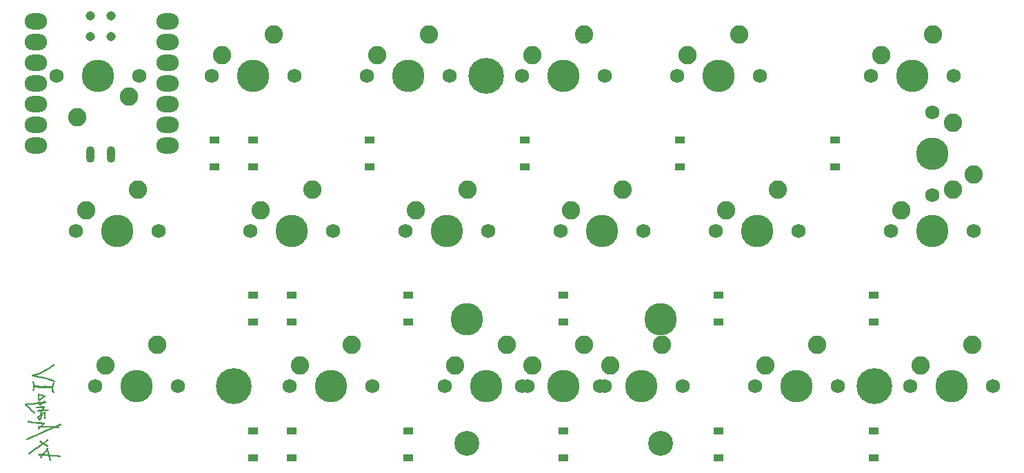
<source format=gbr>
%TF.GenerationSoftware,KiCad,Pcbnew,5.1.9*%
%TF.CreationDate,2021-04-22T00:58:07+02:00*%
%TF.ProjectId,miniqaz,6d696e69-7161-47a2-9e6b-696361645f70,rev?*%
%TF.SameCoordinates,Original*%
%TF.FileFunction,Soldermask,Bot*%
%TF.FilePolarity,Negative*%
%FSLAX46Y46*%
G04 Gerber Fmt 4.6, Leading zero omitted, Abs format (unit mm)*
G04 Created by KiCad (PCBNEW 5.1.9) date 2021-04-22 00:58:07*
%MOMM*%
%LPD*%
G01*
G04 APERTURE LIST*
%ADD10C,0.010000*%
%ADD11C,0.700000*%
%ADD12C,4.400000*%
%ADD13C,2.250000*%
%ADD14C,3.987800*%
%ADD15C,1.750000*%
%ADD16C,3.048000*%
%ADD17R,1.200000X0.900000*%
%ADD18C,1.143000*%
%ADD19O,1.016000X2.032000*%
%ADD20O,2.748280X1.998980*%
G04 APERTURE END LIST*
D10*
%TO.C,G\u002A\u002A\u002A*%
G36*
X136988623Y-113370210D02*
G01*
X136977640Y-113387572D01*
X136959780Y-113409817D01*
X136929715Y-113431598D01*
X136883701Y-113455625D01*
X136883520Y-113455710D01*
X136807693Y-113493000D01*
X136735190Y-113531546D01*
X136669470Y-113569320D01*
X136613990Y-113604297D01*
X136572207Y-113634449D01*
X136558400Y-113646270D01*
X136529664Y-113669817D01*
X136489408Y-113698682D01*
X136443955Y-113728463D01*
X136416160Y-113745325D01*
X136372559Y-113770884D01*
X136331671Y-113794907D01*
X136299002Y-113814157D01*
X136284080Y-113822994D01*
X136272134Y-113830074D01*
X136259373Y-113837542D01*
X136243579Y-113846660D01*
X136222533Y-113858691D01*
X136194017Y-113874896D01*
X136155812Y-113896537D01*
X136105700Y-113924875D01*
X136041460Y-113961174D01*
X135994520Y-113987691D01*
X135944563Y-114015343D01*
X135882175Y-114049012D01*
X135813110Y-114085640D01*
X135743121Y-114122174D01*
X135689720Y-114149588D01*
X135630979Y-114179675D01*
X135575806Y-114208314D01*
X135527771Y-114233622D01*
X135490444Y-114253719D01*
X135467393Y-114266721D01*
X135466200Y-114267443D01*
X135431757Y-114286822D01*
X135383128Y-114311959D01*
X135324847Y-114340701D01*
X135261447Y-114370898D01*
X135197461Y-114400399D01*
X135137422Y-114427054D01*
X135085864Y-114448713D01*
X135075040Y-114453013D01*
X135043235Y-114463756D01*
X134997559Y-114476984D01*
X134944036Y-114491044D01*
X134888689Y-114504280D01*
X134886907Y-114504683D01*
X134831657Y-114517858D01*
X134778085Y-114531908D01*
X134732196Y-114545182D01*
X134699992Y-114556028D01*
X134699200Y-114556338D01*
X134664982Y-114568172D01*
X134618293Y-114582130D01*
X134566530Y-114596069D01*
X134536813Y-114603369D01*
X134475169Y-114619571D01*
X134418322Y-114637655D01*
X134369892Y-114656208D01*
X134333496Y-114673818D01*
X134312755Y-114689075D01*
X134310974Y-114691444D01*
X134303495Y-114719430D01*
X134311702Y-114747733D01*
X134331661Y-114771386D01*
X134359438Y-114785419D01*
X134385953Y-114786135D01*
X134412615Y-114785271D01*
X134454358Y-114789244D01*
X134506720Y-114797322D01*
X134565239Y-114808772D01*
X134625454Y-114822862D01*
X134651396Y-114829725D01*
X134697004Y-114840956D01*
X134756371Y-114853717D01*
X134823119Y-114866818D01*
X134890871Y-114879070D01*
X134953249Y-114889282D01*
X135003874Y-114896265D01*
X135014080Y-114897380D01*
X135050239Y-114902478D01*
X135083426Y-114909433D01*
X135090280Y-114911357D01*
X135118239Y-114918012D01*
X135155619Y-114924560D01*
X135176640Y-114927432D01*
X135226770Y-114934152D01*
X135285740Y-114943162D01*
X135349167Y-114953673D01*
X135412667Y-114964896D01*
X135471857Y-114976040D01*
X135522354Y-114986318D01*
X135559772Y-114994939D01*
X135574194Y-114999011D01*
X135603429Y-115007587D01*
X135624646Y-115012027D01*
X135630074Y-115012131D01*
X135644713Y-115013196D01*
X135670451Y-115018609D01*
X135679560Y-115020986D01*
X135773543Y-115046109D01*
X135851949Y-115065751D01*
X135918496Y-115080810D01*
X135962626Y-115089597D01*
X135995146Y-115097038D01*
X136042959Y-115109779D01*
X136102110Y-115126603D01*
X136168647Y-115146289D01*
X136238616Y-115167621D01*
X136308062Y-115189380D01*
X136373034Y-115210346D01*
X136429577Y-115229301D01*
X136473737Y-115245027D01*
X136497440Y-115254440D01*
X136521254Y-115263769D01*
X136559040Y-115277359D01*
X136605405Y-115293313D01*
X136650198Y-115308185D01*
X136704796Y-115327109D01*
X136760499Y-115348304D01*
X136809828Y-115368832D01*
X136838175Y-115382040D01*
X136881678Y-115402372D01*
X136927110Y-115421126D01*
X136963833Y-115433981D01*
X137002224Y-115447283D01*
X137038533Y-115462906D01*
X137053297Y-115470684D01*
X137084569Y-115486569D01*
X137106212Y-115489432D01*
X137124080Y-115479411D01*
X137130866Y-115472509D01*
X137143139Y-115448930D01*
X137147680Y-115422447D01*
X137142314Y-115396320D01*
X137124674Y-115373981D01*
X137092450Y-115353714D01*
X137043328Y-115333805D01*
X137016184Y-115324847D01*
X136976510Y-115311828D01*
X136942588Y-115299742D01*
X136920583Y-115290808D01*
X136917927Y-115289472D01*
X136861910Y-115262241D01*
X136792097Y-115234543D01*
X136706202Y-115205530D01*
X136627869Y-115181820D01*
X136567211Y-115163885D01*
X136506501Y-115145443D01*
X136451537Y-115128290D01*
X136408116Y-115114217D01*
X136395840Y-115110048D01*
X136353071Y-115095900D01*
X136311945Y-115083433D01*
X136280845Y-115075178D01*
X136279000Y-115074766D01*
X136242641Y-115065517D01*
X136202522Y-115053484D01*
X136192640Y-115050189D01*
X136148372Y-115036264D01*
X136087748Y-115019057D01*
X136014307Y-114999424D01*
X135931588Y-114978220D01*
X135843130Y-114956303D01*
X135752470Y-114934527D01*
X135663149Y-114913750D01*
X135578704Y-114894826D01*
X135502675Y-114878613D01*
X135438599Y-114865966D01*
X135410320Y-114860938D01*
X135352723Y-114850717D01*
X135293867Y-114839352D01*
X135241248Y-114828339D01*
X135207120Y-114820396D01*
X135174312Y-114812780D01*
X135125702Y-114802356D01*
X135065479Y-114789980D01*
X134997827Y-114776506D01*
X134926933Y-114762789D01*
X134902320Y-114758126D01*
X134816725Y-114741531D01*
X134750223Y-114727494D01*
X134701794Y-114715679D01*
X134670419Y-114705749D01*
X134655078Y-114697365D01*
X134654752Y-114690193D01*
X134668421Y-114683893D01*
X134673543Y-114682506D01*
X134700409Y-114676605D01*
X134718308Y-114673745D01*
X134735766Y-114670137D01*
X134766245Y-114662190D01*
X134803358Y-114651576D01*
X134805800Y-114650848D01*
X134851752Y-114637840D01*
X134906430Y-114623414D01*
X134958711Y-114610497D01*
X134963280Y-114609424D01*
X135021808Y-114593022D01*
X135091418Y-114569233D01*
X135165479Y-114540619D01*
X135237355Y-114509743D01*
X135300142Y-114479308D01*
X135336753Y-114461456D01*
X135373756Y-114445399D01*
X135386502Y-114440511D01*
X135415919Y-114427669D01*
X135453561Y-114408225D01*
X135486520Y-114389224D01*
X135516354Y-114372092D01*
X135559929Y-114348503D01*
X135612695Y-114320853D01*
X135670101Y-114291536D01*
X135710040Y-114271586D01*
X135805806Y-114223347D01*
X135886923Y-114180628D01*
X135952405Y-114143985D01*
X136001266Y-114113972D01*
X136032520Y-114091146D01*
X136035815Y-114088202D01*
X136056739Y-114073674D01*
X136072671Y-114068690D01*
X136092156Y-114061442D01*
X136101299Y-114053331D01*
X136118043Y-114039554D01*
X136144892Y-114023266D01*
X136155883Y-114017621D01*
X136188077Y-114000678D01*
X136227076Y-113978402D01*
X136253600Y-113962326D01*
X136290826Y-113939865D01*
X136336676Y-113913346D01*
X136381789Y-113888174D01*
X136385680Y-113886058D01*
X136451939Y-113848580D01*
X136513826Y-113810677D01*
X136567399Y-113774925D01*
X136608716Y-113743900D01*
X136624723Y-113729846D01*
X136641344Y-113715418D01*
X136663721Y-113699009D01*
X136694089Y-113679249D01*
X136734685Y-113654768D01*
X136787745Y-113624193D01*
X136855502Y-113586154D01*
X136892735Y-113565489D01*
X136958143Y-113527102D01*
X137010720Y-113491715D01*
X137048886Y-113460585D01*
X137071058Y-113434965D01*
X137076237Y-113419807D01*
X137066397Y-113391470D01*
X137041595Y-113369581D01*
X137022732Y-113362177D01*
X137002724Y-113360295D01*
X136988623Y-113370210D01*
G37*
X136988623Y-113370210D02*
X136977640Y-113387572D01*
X136959780Y-113409817D01*
X136929715Y-113431598D01*
X136883701Y-113455625D01*
X136883520Y-113455710D01*
X136807693Y-113493000D01*
X136735190Y-113531546D01*
X136669470Y-113569320D01*
X136613990Y-113604297D01*
X136572207Y-113634449D01*
X136558400Y-113646270D01*
X136529664Y-113669817D01*
X136489408Y-113698682D01*
X136443955Y-113728463D01*
X136416160Y-113745325D01*
X136372559Y-113770884D01*
X136331671Y-113794907D01*
X136299002Y-113814157D01*
X136284080Y-113822994D01*
X136272134Y-113830074D01*
X136259373Y-113837542D01*
X136243579Y-113846660D01*
X136222533Y-113858691D01*
X136194017Y-113874896D01*
X136155812Y-113896537D01*
X136105700Y-113924875D01*
X136041460Y-113961174D01*
X135994520Y-113987691D01*
X135944563Y-114015343D01*
X135882175Y-114049012D01*
X135813110Y-114085640D01*
X135743121Y-114122174D01*
X135689720Y-114149588D01*
X135630979Y-114179675D01*
X135575806Y-114208314D01*
X135527771Y-114233622D01*
X135490444Y-114253719D01*
X135467393Y-114266721D01*
X135466200Y-114267443D01*
X135431757Y-114286822D01*
X135383128Y-114311959D01*
X135324847Y-114340701D01*
X135261447Y-114370898D01*
X135197461Y-114400399D01*
X135137422Y-114427054D01*
X135085864Y-114448713D01*
X135075040Y-114453013D01*
X135043235Y-114463756D01*
X134997559Y-114476984D01*
X134944036Y-114491044D01*
X134888689Y-114504280D01*
X134886907Y-114504683D01*
X134831657Y-114517858D01*
X134778085Y-114531908D01*
X134732196Y-114545182D01*
X134699992Y-114556028D01*
X134699200Y-114556338D01*
X134664982Y-114568172D01*
X134618293Y-114582130D01*
X134566530Y-114596069D01*
X134536813Y-114603369D01*
X134475169Y-114619571D01*
X134418322Y-114637655D01*
X134369892Y-114656208D01*
X134333496Y-114673818D01*
X134312755Y-114689075D01*
X134310974Y-114691444D01*
X134303495Y-114719430D01*
X134311702Y-114747733D01*
X134331661Y-114771386D01*
X134359438Y-114785419D01*
X134385953Y-114786135D01*
X134412615Y-114785271D01*
X134454358Y-114789244D01*
X134506720Y-114797322D01*
X134565239Y-114808772D01*
X134625454Y-114822862D01*
X134651396Y-114829725D01*
X134697004Y-114840956D01*
X134756371Y-114853717D01*
X134823119Y-114866818D01*
X134890871Y-114879070D01*
X134953249Y-114889282D01*
X135003874Y-114896265D01*
X135014080Y-114897380D01*
X135050239Y-114902478D01*
X135083426Y-114909433D01*
X135090280Y-114911357D01*
X135118239Y-114918012D01*
X135155619Y-114924560D01*
X135176640Y-114927432D01*
X135226770Y-114934152D01*
X135285740Y-114943162D01*
X135349167Y-114953673D01*
X135412667Y-114964896D01*
X135471857Y-114976040D01*
X135522354Y-114986318D01*
X135559772Y-114994939D01*
X135574194Y-114999011D01*
X135603429Y-115007587D01*
X135624646Y-115012027D01*
X135630074Y-115012131D01*
X135644713Y-115013196D01*
X135670451Y-115018609D01*
X135679560Y-115020986D01*
X135773543Y-115046109D01*
X135851949Y-115065751D01*
X135918496Y-115080810D01*
X135962626Y-115089597D01*
X135995146Y-115097038D01*
X136042959Y-115109779D01*
X136102110Y-115126603D01*
X136168647Y-115146289D01*
X136238616Y-115167621D01*
X136308062Y-115189380D01*
X136373034Y-115210346D01*
X136429577Y-115229301D01*
X136473737Y-115245027D01*
X136497440Y-115254440D01*
X136521254Y-115263769D01*
X136559040Y-115277359D01*
X136605405Y-115293313D01*
X136650198Y-115308185D01*
X136704796Y-115327109D01*
X136760499Y-115348304D01*
X136809828Y-115368832D01*
X136838175Y-115382040D01*
X136881678Y-115402372D01*
X136927110Y-115421126D01*
X136963833Y-115433981D01*
X137002224Y-115447283D01*
X137038533Y-115462906D01*
X137053297Y-115470684D01*
X137084569Y-115486569D01*
X137106212Y-115489432D01*
X137124080Y-115479411D01*
X137130866Y-115472509D01*
X137143139Y-115448930D01*
X137147680Y-115422447D01*
X137142314Y-115396320D01*
X137124674Y-115373981D01*
X137092450Y-115353714D01*
X137043328Y-115333805D01*
X137016184Y-115324847D01*
X136976510Y-115311828D01*
X136942588Y-115299742D01*
X136920583Y-115290808D01*
X136917927Y-115289472D01*
X136861910Y-115262241D01*
X136792097Y-115234543D01*
X136706202Y-115205530D01*
X136627869Y-115181820D01*
X136567211Y-115163885D01*
X136506501Y-115145443D01*
X136451537Y-115128290D01*
X136408116Y-115114217D01*
X136395840Y-115110048D01*
X136353071Y-115095900D01*
X136311945Y-115083433D01*
X136280845Y-115075178D01*
X136279000Y-115074766D01*
X136242641Y-115065517D01*
X136202522Y-115053484D01*
X136192640Y-115050189D01*
X136148372Y-115036264D01*
X136087748Y-115019057D01*
X136014307Y-114999424D01*
X135931588Y-114978220D01*
X135843130Y-114956303D01*
X135752470Y-114934527D01*
X135663149Y-114913750D01*
X135578704Y-114894826D01*
X135502675Y-114878613D01*
X135438599Y-114865966D01*
X135410320Y-114860938D01*
X135352723Y-114850717D01*
X135293867Y-114839352D01*
X135241248Y-114828339D01*
X135207120Y-114820396D01*
X135174312Y-114812780D01*
X135125702Y-114802356D01*
X135065479Y-114789980D01*
X134997827Y-114776506D01*
X134926933Y-114762789D01*
X134902320Y-114758126D01*
X134816725Y-114741531D01*
X134750223Y-114727494D01*
X134701794Y-114715679D01*
X134670419Y-114705749D01*
X134655078Y-114697365D01*
X134654752Y-114690193D01*
X134668421Y-114683893D01*
X134673543Y-114682506D01*
X134700409Y-114676605D01*
X134718308Y-114673745D01*
X134735766Y-114670137D01*
X134766245Y-114662190D01*
X134803358Y-114651576D01*
X134805800Y-114650848D01*
X134851752Y-114637840D01*
X134906430Y-114623414D01*
X134958711Y-114610497D01*
X134963280Y-114609424D01*
X135021808Y-114593022D01*
X135091418Y-114569233D01*
X135165479Y-114540619D01*
X135237355Y-114509743D01*
X135300142Y-114479308D01*
X135336753Y-114461456D01*
X135373756Y-114445399D01*
X135386502Y-114440511D01*
X135415919Y-114427669D01*
X135453561Y-114408225D01*
X135486520Y-114389224D01*
X135516354Y-114372092D01*
X135559929Y-114348503D01*
X135612695Y-114320853D01*
X135670101Y-114291536D01*
X135710040Y-114271586D01*
X135805806Y-114223347D01*
X135886923Y-114180628D01*
X135952405Y-114143985D01*
X136001266Y-114113972D01*
X136032520Y-114091146D01*
X136035815Y-114088202D01*
X136056739Y-114073674D01*
X136072671Y-114068690D01*
X136092156Y-114061442D01*
X136101299Y-114053331D01*
X136118043Y-114039554D01*
X136144892Y-114023266D01*
X136155883Y-114017621D01*
X136188077Y-114000678D01*
X136227076Y-113978402D01*
X136253600Y-113962326D01*
X136290826Y-113939865D01*
X136336676Y-113913346D01*
X136381789Y-113888174D01*
X136385680Y-113886058D01*
X136451939Y-113848580D01*
X136513826Y-113810677D01*
X136567399Y-113774925D01*
X136608716Y-113743900D01*
X136624723Y-113729846D01*
X136641344Y-113715418D01*
X136663721Y-113699009D01*
X136694089Y-113679249D01*
X136734685Y-113654768D01*
X136787745Y-113624193D01*
X136855502Y-113586154D01*
X136892735Y-113565489D01*
X136958143Y-113527102D01*
X137010720Y-113491715D01*
X137048886Y-113460585D01*
X137071058Y-113434965D01*
X137076237Y-113419807D01*
X137066397Y-113391470D01*
X137041595Y-113369581D01*
X137022732Y-113362177D01*
X137002724Y-113360295D01*
X136988623Y-113370210D01*
G36*
X134453620Y-115458281D02*
G01*
X134435698Y-115477220D01*
X134420480Y-115501089D01*
X134416107Y-115524315D01*
X134422801Y-115552757D01*
X134440040Y-115590790D01*
X134454301Y-115622542D01*
X134463516Y-115649512D01*
X134465440Y-115660713D01*
X134471289Y-115683261D01*
X134477226Y-115691851D01*
X134486675Y-115710301D01*
X134490837Y-115731983D01*
X134493182Y-115753820D01*
X134498041Y-115789967D01*
X134504616Y-115834688D01*
X134509531Y-115866259D01*
X134523912Y-115995086D01*
X134524765Y-116114294D01*
X134512118Y-116221478D01*
X134505013Y-116253695D01*
X134494326Y-116293615D01*
X134484274Y-116326106D01*
X134476518Y-116345964D01*
X134474533Y-116349102D01*
X134466692Y-116366833D01*
X134465440Y-116377751D01*
X134459907Y-116396683D01*
X134445773Y-116424098D01*
X134435001Y-116440990D01*
X134407309Y-116485035D01*
X134392820Y-116518843D01*
X134390211Y-116546384D01*
X134394320Y-116562970D01*
X134410461Y-116584082D01*
X134427713Y-116588370D01*
X134459470Y-116578397D01*
X134491760Y-116549170D01*
X134524004Y-116501722D01*
X134555624Y-116437088D01*
X134586040Y-116356302D01*
X134614673Y-116260399D01*
X134617633Y-116249188D01*
X134644440Y-116146410D01*
X134684480Y-116148603D01*
X134711155Y-116150231D01*
X134751976Y-116152918D01*
X134800824Y-116156254D01*
X134839656Y-116158981D01*
X134885827Y-116161570D01*
X134924082Y-116162410D01*
X134950172Y-116161494D01*
X134959738Y-116159162D01*
X134971097Y-116156290D01*
X134976683Y-116158762D01*
X134991851Y-116162465D01*
X135021769Y-116165689D01*
X135060868Y-116167893D01*
X135075040Y-116168309D01*
X135114437Y-116169577D01*
X135168674Y-116171851D01*
X135232307Y-116174877D01*
X135299897Y-116178399D01*
X135348222Y-116181115D01*
X135417223Y-116184294D01*
X135490408Y-116186216D01*
X135564734Y-116186946D01*
X135637155Y-116186551D01*
X135704630Y-116185098D01*
X135764112Y-116182654D01*
X135812557Y-116179285D01*
X135846923Y-116175059D01*
X135864165Y-116170041D01*
X135864493Y-116169795D01*
X135883888Y-116163942D01*
X135894973Y-116165251D01*
X135911040Y-116167431D01*
X135943490Y-116170008D01*
X135988399Y-116172733D01*
X136041839Y-116175355D01*
X136075800Y-116176753D01*
X136133655Y-116179267D01*
X136186473Y-116182112D01*
X136229952Y-116185018D01*
X136259792Y-116187711D01*
X136268840Y-116189004D01*
X136295385Y-116192714D01*
X136333075Y-116196175D01*
X136365360Y-116198192D01*
X136410073Y-116200776D01*
X136463343Y-116204493D01*
X136512680Y-116208456D01*
X136562428Y-116212667D01*
X136597416Y-116215008D01*
X136623117Y-116215502D01*
X136645002Y-116214170D01*
X136668544Y-116211035D01*
X136680543Y-116209137D01*
X136716842Y-116206410D01*
X136741250Y-116213011D01*
X136746583Y-116216440D01*
X136754749Y-116224071D01*
X136760359Y-116235281D01*
X136763884Y-116253620D01*
X136765796Y-116282637D01*
X136766567Y-116325881D01*
X136766680Y-116367552D01*
X136767564Y-116429386D01*
X136770108Y-116476702D01*
X136774155Y-116507401D01*
X136778056Y-116518227D01*
X136788246Y-116539720D01*
X136797090Y-116572620D01*
X136802677Y-116608020D01*
X136803249Y-116635659D01*
X136805881Y-116656033D01*
X136811801Y-116664199D01*
X136820138Y-116678520D01*
X136822560Y-116695649D01*
X136826115Y-116714454D01*
X136832720Y-116720450D01*
X136842153Y-116728477D01*
X136842880Y-116733203D01*
X136852035Y-116744230D01*
X136876273Y-116757062D01*
X136910755Y-116769504D01*
X136939400Y-116777029D01*
X136964514Y-116775774D01*
X136980040Y-116769826D01*
X136996998Y-116759845D01*
X137003079Y-116756026D01*
X137000633Y-116746386D01*
X136991926Y-116721815D01*
X136978383Y-116686194D01*
X136963907Y-116649549D01*
X136944451Y-116596809D01*
X136926626Y-116540978D01*
X136913021Y-116490510D01*
X136908203Y-116467693D01*
X136900529Y-116409833D01*
X136896036Y-116343251D01*
X136894521Y-116271493D01*
X136895784Y-116198109D01*
X136899621Y-116126644D01*
X136905832Y-116060647D01*
X136914215Y-116003665D01*
X136924567Y-115959245D01*
X136936686Y-115930935D01*
X136938916Y-115927970D01*
X136947980Y-115914740D01*
X136961765Y-115890490D01*
X136981272Y-115853319D01*
X137007502Y-115801323D01*
X137037041Y-115741589D01*
X137052134Y-115704878D01*
X137054437Y-115678085D01*
X137043857Y-115655263D01*
X137035525Y-115645405D01*
X137005023Y-115625503D01*
X136970139Y-115624226D01*
X136933860Y-115641260D01*
X136914709Y-115657999D01*
X136893658Y-115682735D01*
X136885969Y-115702225D01*
X136887728Y-115719831D01*
X136888635Y-115738958D01*
X136881624Y-115764148D01*
X136865264Y-115799585D01*
X136851904Y-115824701D01*
X136828151Y-115872844D01*
X136805508Y-115926675D01*
X136788574Y-115975190D01*
X136787530Y-115978770D01*
X136765756Y-116054970D01*
X136683234Y-116052923D01*
X136638034Y-116050833D01*
X136582441Y-116046799D01*
X136520969Y-116041308D01*
X136458132Y-116034847D01*
X136398446Y-116027905D01*
X136346423Y-116020969D01*
X136306578Y-116014526D01*
X136286620Y-116010088D01*
X136262810Y-116005645D01*
X136253612Y-116009662D01*
X136253600Y-116009959D01*
X136245349Y-116017121D01*
X136226901Y-116019163D01*
X136207718Y-116016111D01*
X136198064Y-116009805D01*
X136185720Y-116005341D01*
X136158587Y-116002396D01*
X136122176Y-116001523D01*
X136116447Y-116001601D01*
X136079278Y-116001635D01*
X136050733Y-116000438D01*
X136036251Y-115998259D01*
X136035633Y-115997869D01*
X136023196Y-115995838D01*
X135993130Y-115995188D01*
X135948077Y-115995851D01*
X135890675Y-115997759D01*
X135823564Y-116000844D01*
X135749386Y-116005041D01*
X135745600Y-116005275D01*
X135641475Y-116009647D01*
X135528452Y-116010232D01*
X135403748Y-116006958D01*
X135264578Y-115999755D01*
X135115680Y-115989149D01*
X135036045Y-115983865D01*
X134959709Y-115980684D01*
X134890056Y-115979606D01*
X134830467Y-115980634D01*
X134784323Y-115983767D01*
X134755007Y-115989008D01*
X134755000Y-115989010D01*
X134729310Y-115991780D01*
X134697874Y-115988250D01*
X134667951Y-115980140D01*
X134646801Y-115969173D01*
X134641377Y-115962056D01*
X134639060Y-115949318D01*
X134634483Y-115920380D01*
X134628245Y-115879159D01*
X134620948Y-115829573D01*
X134618628Y-115813555D01*
X134605632Y-115734687D01*
X134590880Y-115669258D01*
X134572680Y-115610386D01*
X134561212Y-115579875D01*
X134535652Y-115520019D01*
X134513361Y-115478952D01*
X134493092Y-115455655D01*
X134473594Y-115449105D01*
X134453620Y-115458281D01*
G37*
X134453620Y-115458281D02*
X134435698Y-115477220D01*
X134420480Y-115501089D01*
X134416107Y-115524315D01*
X134422801Y-115552757D01*
X134440040Y-115590790D01*
X134454301Y-115622542D01*
X134463516Y-115649512D01*
X134465440Y-115660713D01*
X134471289Y-115683261D01*
X134477226Y-115691851D01*
X134486675Y-115710301D01*
X134490837Y-115731983D01*
X134493182Y-115753820D01*
X134498041Y-115789967D01*
X134504616Y-115834688D01*
X134509531Y-115866259D01*
X134523912Y-115995086D01*
X134524765Y-116114294D01*
X134512118Y-116221478D01*
X134505013Y-116253695D01*
X134494326Y-116293615D01*
X134484274Y-116326106D01*
X134476518Y-116345964D01*
X134474533Y-116349102D01*
X134466692Y-116366833D01*
X134465440Y-116377751D01*
X134459907Y-116396683D01*
X134445773Y-116424098D01*
X134435001Y-116440990D01*
X134407309Y-116485035D01*
X134392820Y-116518843D01*
X134390211Y-116546384D01*
X134394320Y-116562970D01*
X134410461Y-116584082D01*
X134427713Y-116588370D01*
X134459470Y-116578397D01*
X134491760Y-116549170D01*
X134524004Y-116501722D01*
X134555624Y-116437088D01*
X134586040Y-116356302D01*
X134614673Y-116260399D01*
X134617633Y-116249188D01*
X134644440Y-116146410D01*
X134684480Y-116148603D01*
X134711155Y-116150231D01*
X134751976Y-116152918D01*
X134800824Y-116156254D01*
X134839656Y-116158981D01*
X134885827Y-116161570D01*
X134924082Y-116162410D01*
X134950172Y-116161494D01*
X134959738Y-116159162D01*
X134971097Y-116156290D01*
X134976683Y-116158762D01*
X134991851Y-116162465D01*
X135021769Y-116165689D01*
X135060868Y-116167893D01*
X135075040Y-116168309D01*
X135114437Y-116169577D01*
X135168674Y-116171851D01*
X135232307Y-116174877D01*
X135299897Y-116178399D01*
X135348222Y-116181115D01*
X135417223Y-116184294D01*
X135490408Y-116186216D01*
X135564734Y-116186946D01*
X135637155Y-116186551D01*
X135704630Y-116185098D01*
X135764112Y-116182654D01*
X135812557Y-116179285D01*
X135846923Y-116175059D01*
X135864165Y-116170041D01*
X135864493Y-116169795D01*
X135883888Y-116163942D01*
X135894973Y-116165251D01*
X135911040Y-116167431D01*
X135943490Y-116170008D01*
X135988399Y-116172733D01*
X136041839Y-116175355D01*
X136075800Y-116176753D01*
X136133655Y-116179267D01*
X136186473Y-116182112D01*
X136229952Y-116185018D01*
X136259792Y-116187711D01*
X136268840Y-116189004D01*
X136295385Y-116192714D01*
X136333075Y-116196175D01*
X136365360Y-116198192D01*
X136410073Y-116200776D01*
X136463343Y-116204493D01*
X136512680Y-116208456D01*
X136562428Y-116212667D01*
X136597416Y-116215008D01*
X136623117Y-116215502D01*
X136645002Y-116214170D01*
X136668544Y-116211035D01*
X136680543Y-116209137D01*
X136716842Y-116206410D01*
X136741250Y-116213011D01*
X136746583Y-116216440D01*
X136754749Y-116224071D01*
X136760359Y-116235281D01*
X136763884Y-116253620D01*
X136765796Y-116282637D01*
X136766567Y-116325881D01*
X136766680Y-116367552D01*
X136767564Y-116429386D01*
X136770108Y-116476702D01*
X136774155Y-116507401D01*
X136778056Y-116518227D01*
X136788246Y-116539720D01*
X136797090Y-116572620D01*
X136802677Y-116608020D01*
X136803249Y-116635659D01*
X136805881Y-116656033D01*
X136811801Y-116664199D01*
X136820138Y-116678520D01*
X136822560Y-116695649D01*
X136826115Y-116714454D01*
X136832720Y-116720450D01*
X136842153Y-116728477D01*
X136842880Y-116733203D01*
X136852035Y-116744230D01*
X136876273Y-116757062D01*
X136910755Y-116769504D01*
X136939400Y-116777029D01*
X136964514Y-116775774D01*
X136980040Y-116769826D01*
X136996998Y-116759845D01*
X137003079Y-116756026D01*
X137000633Y-116746386D01*
X136991926Y-116721815D01*
X136978383Y-116686194D01*
X136963907Y-116649549D01*
X136944451Y-116596809D01*
X136926626Y-116540978D01*
X136913021Y-116490510D01*
X136908203Y-116467693D01*
X136900529Y-116409833D01*
X136896036Y-116343251D01*
X136894521Y-116271493D01*
X136895784Y-116198109D01*
X136899621Y-116126644D01*
X136905832Y-116060647D01*
X136914215Y-116003665D01*
X136924567Y-115959245D01*
X136936686Y-115930935D01*
X136938916Y-115927970D01*
X136947980Y-115914740D01*
X136961765Y-115890490D01*
X136981272Y-115853319D01*
X137007502Y-115801323D01*
X137037041Y-115741589D01*
X137052134Y-115704878D01*
X137054437Y-115678085D01*
X137043857Y-115655263D01*
X137035525Y-115645405D01*
X137005023Y-115625503D01*
X136970139Y-115624226D01*
X136933860Y-115641260D01*
X136914709Y-115657999D01*
X136893658Y-115682735D01*
X136885969Y-115702225D01*
X136887728Y-115719831D01*
X136888635Y-115738958D01*
X136881624Y-115764148D01*
X136865264Y-115799585D01*
X136851904Y-115824701D01*
X136828151Y-115872844D01*
X136805508Y-115926675D01*
X136788574Y-115975190D01*
X136787530Y-115978770D01*
X136765756Y-116054970D01*
X136683234Y-116052923D01*
X136638034Y-116050833D01*
X136582441Y-116046799D01*
X136520969Y-116041308D01*
X136458132Y-116034847D01*
X136398446Y-116027905D01*
X136346423Y-116020969D01*
X136306578Y-116014526D01*
X136286620Y-116010088D01*
X136262810Y-116005645D01*
X136253612Y-116009662D01*
X136253600Y-116009959D01*
X136245349Y-116017121D01*
X136226901Y-116019163D01*
X136207718Y-116016111D01*
X136198064Y-116009805D01*
X136185720Y-116005341D01*
X136158587Y-116002396D01*
X136122176Y-116001523D01*
X136116447Y-116001601D01*
X136079278Y-116001635D01*
X136050733Y-116000438D01*
X136036251Y-115998259D01*
X136035633Y-115997869D01*
X136023196Y-115995838D01*
X135993130Y-115995188D01*
X135948077Y-115995851D01*
X135890675Y-115997759D01*
X135823564Y-116000844D01*
X135749386Y-116005041D01*
X135745600Y-116005275D01*
X135641475Y-116009647D01*
X135528452Y-116010232D01*
X135403748Y-116006958D01*
X135264578Y-115999755D01*
X135115680Y-115989149D01*
X135036045Y-115983865D01*
X134959709Y-115980684D01*
X134890056Y-115979606D01*
X134830467Y-115980634D01*
X134784323Y-115983767D01*
X134755007Y-115989008D01*
X134755000Y-115989010D01*
X134729310Y-115991780D01*
X134697874Y-115988250D01*
X134667951Y-115980140D01*
X134646801Y-115969173D01*
X134641377Y-115962056D01*
X134639060Y-115949318D01*
X134634483Y-115920380D01*
X134628245Y-115879159D01*
X134620948Y-115829573D01*
X134618628Y-115813555D01*
X134605632Y-115734687D01*
X134590880Y-115669258D01*
X134572680Y-115610386D01*
X134561212Y-115579875D01*
X134535652Y-115520019D01*
X134513361Y-115478952D01*
X134493092Y-115455655D01*
X134473594Y-115449105D01*
X134453620Y-115458281D01*
G36*
X135103456Y-116987828D02*
G01*
X135086714Y-116999478D01*
X135076333Y-117022552D01*
X135070914Y-117060041D01*
X135069102Y-117110539D01*
X135071056Y-117177555D01*
X135079178Y-117232416D01*
X135087843Y-117264010D01*
X135098041Y-117302472D01*
X135104002Y-117344639D01*
X135106411Y-117396843D01*
X135106437Y-117435654D01*
X135107235Y-117500047D01*
X135111727Y-117552195D01*
X135120771Y-117599974D01*
X135126823Y-117623110D01*
X135140399Y-117683088D01*
X135143480Y-117730511D01*
X135142144Y-117745263D01*
X135142823Y-117787365D01*
X135156559Y-117815021D01*
X135180809Y-117826808D01*
X135213034Y-117821303D01*
X135244234Y-117802412D01*
X135269567Y-117777430D01*
X135294580Y-117745154D01*
X135301684Y-117733945D01*
X135326299Y-117700639D01*
X135356834Y-117670070D01*
X135366170Y-117662757D01*
X135391851Y-117644283D01*
X135427945Y-117618208D01*
X135468435Y-117588882D01*
X135488086Y-117574622D01*
X135527521Y-117546712D01*
X135564766Y-117521616D01*
X135594265Y-117503025D01*
X135604926Y-117497037D01*
X135628896Y-117483111D01*
X135644083Y-117471288D01*
X135645286Y-117469761D01*
X135656120Y-117459507D01*
X135679123Y-117441175D01*
X135709798Y-117418311D01*
X135717502Y-117412759D01*
X135789014Y-117361034D01*
X135845289Y-117318917D01*
X135888031Y-117284800D01*
X135899003Y-117274960D01*
X135745197Y-117274960D01*
X135741619Y-117288530D01*
X135725280Y-117296626D01*
X135708812Y-117304557D01*
X135704960Y-117310654D01*
X135696808Y-117320568D01*
X135676717Y-117333818D01*
X135671940Y-117336368D01*
X135643974Y-117353268D01*
X135611218Y-117376462D01*
X135597234Y-117387429D01*
X135572318Y-117406608D01*
X135553496Y-117418961D01*
X135547286Y-117421490D01*
X135534045Y-117427783D01*
X135522933Y-117436866D01*
X135506177Y-117450390D01*
X135478671Y-117470201D01*
X135450960Y-117488957D01*
X135415789Y-117513480D01*
X135382690Y-117538886D01*
X135364117Y-117554861D01*
X135342643Y-117573173D01*
X135326505Y-117583559D01*
X135323477Y-117584415D01*
X135309967Y-117590601D01*
X135288711Y-117605459D01*
X135283320Y-117609764D01*
X135263380Y-117625695D01*
X135251615Y-117634306D01*
X135250584Y-117634799D01*
X135246759Y-117625955D01*
X135239099Y-117602923D01*
X135230984Y-117576430D01*
X135219936Y-117523091D01*
X135215668Y-117458023D01*
X135215871Y-117421490D01*
X135215992Y-117368921D01*
X135212737Y-117327997D01*
X135204925Y-117290162D01*
X135192038Y-117248786D01*
X135175847Y-117190856D01*
X135172222Y-117147691D01*
X135181146Y-117118102D01*
X135189994Y-117108282D01*
X135206557Y-117106408D01*
X135241046Y-117113285D01*
X135293635Y-117128952D01*
X135303640Y-117132244D01*
X135387889Y-117156007D01*
X135465647Y-117169716D01*
X135486025Y-117171586D01*
X135533060Y-117176263D01*
X135567721Y-117184058D01*
X135597934Y-117197167D01*
X135615645Y-117207512D01*
X135651642Y-117227208D01*
X135688623Y-117243372D01*
X135705040Y-117248791D01*
X135732510Y-117260545D01*
X135745197Y-117274960D01*
X135899003Y-117274960D01*
X135918948Y-117257075D01*
X135939744Y-117234132D01*
X135952124Y-117214363D01*
X135957795Y-117196159D01*
X135958687Y-117185270D01*
X135955501Y-117164622D01*
X135941973Y-117157647D01*
X135934805Y-117157330D01*
X135910176Y-117163755D01*
X135897322Y-117173386D01*
X135876799Y-117184697D01*
X135863058Y-117184540D01*
X135798153Y-117167485D01*
X135737977Y-117148231D01*
X135687480Y-117128537D01*
X135651611Y-117110161D01*
X135649080Y-117108505D01*
X135623135Y-117092089D01*
X135603543Y-117081585D01*
X135598280Y-117079761D01*
X135581287Y-117076195D01*
X135580500Y-117075951D01*
X135557213Y-117071343D01*
X135518717Y-117066859D01*
X135470118Y-117063071D01*
X135459992Y-117062467D01*
X135415543Y-117056512D01*
X135367978Y-117045109D01*
X135348232Y-117038550D01*
X135299661Y-117021996D01*
X135246702Y-117006827D01*
X135195537Y-116994558D01*
X135152346Y-116986701D01*
X135127957Y-116984610D01*
X135103456Y-116987828D01*
G37*
X135103456Y-116987828D02*
X135086714Y-116999478D01*
X135076333Y-117022552D01*
X135070914Y-117060041D01*
X135069102Y-117110539D01*
X135071056Y-117177555D01*
X135079178Y-117232416D01*
X135087843Y-117264010D01*
X135098041Y-117302472D01*
X135104002Y-117344639D01*
X135106411Y-117396843D01*
X135106437Y-117435654D01*
X135107235Y-117500047D01*
X135111727Y-117552195D01*
X135120771Y-117599974D01*
X135126823Y-117623110D01*
X135140399Y-117683088D01*
X135143480Y-117730511D01*
X135142144Y-117745263D01*
X135142823Y-117787365D01*
X135156559Y-117815021D01*
X135180809Y-117826808D01*
X135213034Y-117821303D01*
X135244234Y-117802412D01*
X135269567Y-117777430D01*
X135294580Y-117745154D01*
X135301684Y-117733945D01*
X135326299Y-117700639D01*
X135356834Y-117670070D01*
X135366170Y-117662757D01*
X135391851Y-117644283D01*
X135427945Y-117618208D01*
X135468435Y-117588882D01*
X135488086Y-117574622D01*
X135527521Y-117546712D01*
X135564766Y-117521616D01*
X135594265Y-117503025D01*
X135604926Y-117497037D01*
X135628896Y-117483111D01*
X135644083Y-117471288D01*
X135645286Y-117469761D01*
X135656120Y-117459507D01*
X135679123Y-117441175D01*
X135709798Y-117418311D01*
X135717502Y-117412759D01*
X135789014Y-117361034D01*
X135845289Y-117318917D01*
X135888031Y-117284800D01*
X135899003Y-117274960D01*
X135745197Y-117274960D01*
X135741619Y-117288530D01*
X135725280Y-117296626D01*
X135708812Y-117304557D01*
X135704960Y-117310654D01*
X135696808Y-117320568D01*
X135676717Y-117333818D01*
X135671940Y-117336368D01*
X135643974Y-117353268D01*
X135611218Y-117376462D01*
X135597234Y-117387429D01*
X135572318Y-117406608D01*
X135553496Y-117418961D01*
X135547286Y-117421490D01*
X135534045Y-117427783D01*
X135522933Y-117436866D01*
X135506177Y-117450390D01*
X135478671Y-117470201D01*
X135450960Y-117488957D01*
X135415789Y-117513480D01*
X135382690Y-117538886D01*
X135364117Y-117554861D01*
X135342643Y-117573173D01*
X135326505Y-117583559D01*
X135323477Y-117584415D01*
X135309967Y-117590601D01*
X135288711Y-117605459D01*
X135283320Y-117609764D01*
X135263380Y-117625695D01*
X135251615Y-117634306D01*
X135250584Y-117634799D01*
X135246759Y-117625955D01*
X135239099Y-117602923D01*
X135230984Y-117576430D01*
X135219936Y-117523091D01*
X135215668Y-117458023D01*
X135215871Y-117421490D01*
X135215992Y-117368921D01*
X135212737Y-117327997D01*
X135204925Y-117290162D01*
X135192038Y-117248786D01*
X135175847Y-117190856D01*
X135172222Y-117147691D01*
X135181146Y-117118102D01*
X135189994Y-117108282D01*
X135206557Y-117106408D01*
X135241046Y-117113285D01*
X135293635Y-117128952D01*
X135303640Y-117132244D01*
X135387889Y-117156007D01*
X135465647Y-117169716D01*
X135486025Y-117171586D01*
X135533060Y-117176263D01*
X135567721Y-117184058D01*
X135597934Y-117197167D01*
X135615645Y-117207512D01*
X135651642Y-117227208D01*
X135688623Y-117243372D01*
X135705040Y-117248791D01*
X135732510Y-117260545D01*
X135745197Y-117274960D01*
X135899003Y-117274960D01*
X135918948Y-117257075D01*
X135939744Y-117234132D01*
X135952124Y-117214363D01*
X135957795Y-117196159D01*
X135958687Y-117185270D01*
X135955501Y-117164622D01*
X135941973Y-117157647D01*
X135934805Y-117157330D01*
X135910176Y-117163755D01*
X135897322Y-117173386D01*
X135876799Y-117184697D01*
X135863058Y-117184540D01*
X135798153Y-117167485D01*
X135737977Y-117148231D01*
X135687480Y-117128537D01*
X135651611Y-117110161D01*
X135649080Y-117108505D01*
X135623135Y-117092089D01*
X135603543Y-117081585D01*
X135598280Y-117079761D01*
X135581287Y-117076195D01*
X135580500Y-117075951D01*
X135557213Y-117071343D01*
X135518717Y-117066859D01*
X135470118Y-117063071D01*
X135459992Y-117062467D01*
X135415543Y-117056512D01*
X135367978Y-117045109D01*
X135348232Y-117038550D01*
X135299661Y-117021996D01*
X135246702Y-117006827D01*
X135195537Y-116994558D01*
X135152346Y-116986701D01*
X135127957Y-116984610D01*
X135103456Y-116987828D01*
G36*
X135872957Y-117795493D02*
G01*
X135842878Y-117819078D01*
X135818829Y-117842803D01*
X135788482Y-117872615D01*
X135758845Y-117898089D01*
X135736170Y-117913867D01*
X135735567Y-117914184D01*
X135714866Y-117927147D01*
X135705079Y-117937718D01*
X135704960Y-117938529D01*
X135697311Y-117948875D01*
X135677926Y-117965363D01*
X135665864Y-117974140D01*
X135654226Y-117981799D01*
X135642112Y-117988149D01*
X135627349Y-117993457D01*
X135607765Y-117997987D01*
X135581186Y-118002008D01*
X135545440Y-118005784D01*
X135498354Y-118009583D01*
X135437755Y-118013669D01*
X135361470Y-118018310D01*
X135267327Y-118023771D01*
X135254872Y-118024486D01*
X135185784Y-118028449D01*
X135144062Y-117978969D01*
X135113971Y-117947834D01*
X135089298Y-117931466D01*
X135080301Y-117929490D01*
X135056632Y-117936407D01*
X135035556Y-117953639D01*
X135020502Y-117975902D01*
X135014900Y-117997914D01*
X135022178Y-118014394D01*
X135024240Y-118015850D01*
X135034181Y-118027344D01*
X135024499Y-118037691D01*
X134994897Y-118047125D01*
X134981060Y-118050010D01*
X134918546Y-118060824D01*
X134840522Y-118072516D01*
X134751749Y-118084515D01*
X134656986Y-118096254D01*
X134560992Y-118107163D01*
X134468527Y-118116674D01*
X134384351Y-118124217D01*
X134323200Y-118128637D01*
X134283612Y-118131883D01*
X134230567Y-118137373D01*
X134170707Y-118144369D01*
X134110674Y-118152131D01*
X134104760Y-118152943D01*
X133964693Y-118170842D01*
X133838707Y-118183974D01*
X133728554Y-118192186D01*
X133635984Y-118195324D01*
X133622248Y-118195342D01*
X133572666Y-118196012D01*
X133539356Y-118198880D01*
X133518339Y-118204496D01*
X133507948Y-118211109D01*
X133492514Y-118234675D01*
X133494448Y-118263038D01*
X133514102Y-118297852D01*
X133530720Y-118318238D01*
X133552450Y-118345207D01*
X133567196Y-118367878D01*
X133571360Y-118379043D01*
X133578385Y-118394138D01*
X133596640Y-118417954D01*
X133621903Y-118446020D01*
X133649949Y-118473867D01*
X133676552Y-118497023D01*
X133694759Y-118509616D01*
X133762483Y-118547655D01*
X133815280Y-118579222D01*
X133856639Y-118606439D01*
X133871544Y-118617162D01*
X133903488Y-118639457D01*
X133934625Y-118659061D01*
X133946493Y-118665682D01*
X133967599Y-118680548D01*
X133977629Y-118695387D01*
X133977760Y-118696830D01*
X133983330Y-118710183D01*
X133987920Y-118711810D01*
X133997253Y-118719890D01*
X133998080Y-118725149D01*
X134004917Y-118740093D01*
X134021972Y-118761062D01*
X134028560Y-118767690D01*
X134047766Y-118789285D01*
X134058333Y-118807378D01*
X134059040Y-118811097D01*
X134066149Y-118825888D01*
X134084122Y-118846876D01*
X134094600Y-118856786D01*
X134115846Y-118878262D01*
X134128558Y-118896260D01*
X134130160Y-118901639D01*
X134138333Y-118913475D01*
X134145400Y-118915010D01*
X134158890Y-118922230D01*
X134160640Y-118928478D01*
X134167910Y-118944636D01*
X134184903Y-118964478D01*
X134204395Y-118980683D01*
X134217525Y-118986130D01*
X134228816Y-118994053D01*
X134243463Y-119013446D01*
X134245384Y-119016610D01*
X134261565Y-119037183D01*
X134277176Y-119046961D01*
X134278655Y-119047090D01*
X134288720Y-119052164D01*
X134287640Y-119057250D01*
X134290666Y-119065324D01*
X134301665Y-119067410D01*
X134317661Y-119074599D01*
X134343176Y-119093820D01*
X134374652Y-119121556D01*
X134408530Y-119154288D01*
X134441250Y-119188497D01*
X134469253Y-119220665D01*
X134488979Y-119247273D01*
X134495211Y-119258737D01*
X134514272Y-119283324D01*
X134544547Y-119301452D01*
X134579459Y-119311240D01*
X134612433Y-119310806D01*
X134636128Y-119299058D01*
X134648237Y-119274062D01*
X134644633Y-119243823D01*
X134626503Y-119214382D01*
X134617895Y-119206175D01*
X134592757Y-119187645D01*
X134570418Y-119175295D01*
X134567600Y-119174267D01*
X134549451Y-119161809D01*
X134530100Y-119139144D01*
X134526726Y-119133976D01*
X134505095Y-119106141D01*
X134480363Y-119083603D01*
X134477962Y-119081973D01*
X134454096Y-119063568D01*
X134437561Y-119046270D01*
X134421988Y-119031089D01*
X134395730Y-119011290D01*
X134376601Y-118998746D01*
X134332631Y-118966465D01*
X134282069Y-118921022D01*
X134228891Y-118866609D01*
X134177069Y-118807422D01*
X134130578Y-118747653D01*
X134108737Y-118716076D01*
X134041379Y-118629643D01*
X133963016Y-118557696D01*
X133876335Y-118502646D01*
X133864740Y-118496926D01*
X133807118Y-118465331D01*
X133754352Y-118428845D01*
X133710738Y-118390918D01*
X133680575Y-118355002D01*
X133674160Y-118343887D01*
X133652542Y-118300330D01*
X133756731Y-118288585D01*
X133811546Y-118283220D01*
X133869136Y-118278904D01*
X133920029Y-118276303D01*
X133937120Y-118275883D01*
X133987266Y-118273174D01*
X134044486Y-118267016D01*
X134094600Y-118259058D01*
X134138134Y-118252339D01*
X134194303Y-118246199D01*
X134255427Y-118241374D01*
X134306657Y-118238815D01*
X134367530Y-118235807D01*
X134431768Y-118231027D01*
X134490990Y-118225178D01*
X134530177Y-118220040D01*
X134584629Y-118212291D01*
X134643912Y-118204950D01*
X134696589Y-118199418D01*
X134704200Y-118198746D01*
X134755901Y-118192702D01*
X134814880Y-118183340D01*
X134868795Y-118172629D01*
X134871211Y-118172077D01*
X134911820Y-118163699D01*
X134945831Y-118158492D01*
X134967702Y-118157236D01*
X134971559Y-118157911D01*
X134991396Y-118157820D01*
X134997588Y-118154570D01*
X135013424Y-118148589D01*
X135042277Y-118142566D01*
X135067149Y-118139097D01*
X135100398Y-118136043D01*
X135119903Y-118137569D01*
X135132052Y-118145494D01*
X135142579Y-118160573D01*
X135185975Y-118229485D01*
X135221357Y-118282194D01*
X135250208Y-118320462D01*
X135274012Y-118346047D01*
X135294254Y-118360711D01*
X135312418Y-118366213D01*
X135316091Y-118366370D01*
X135338476Y-118357856D01*
X135371304Y-118332546D01*
X135402998Y-118302238D01*
X135439099Y-118268266D01*
X135477593Y-118236249D01*
X135511239Y-118212133D01*
X135517000Y-118208635D01*
X135545096Y-118191365D01*
X135564953Y-118177335D01*
X135571187Y-118171166D01*
X135582877Y-118163594D01*
X135587066Y-118163170D01*
X135601609Y-118156359D01*
X135622057Y-118139466D01*
X135627359Y-118134152D01*
X135642286Y-118120215D01*
X135642686Y-118119987D01*
X135460752Y-118119987D01*
X135450260Y-118134057D01*
X135424500Y-118155674D01*
X135393095Y-118177896D01*
X135325069Y-118223531D01*
X135296976Y-118181096D01*
X135281913Y-118155834D01*
X135274299Y-118137922D01*
X135274411Y-118133135D01*
X135286740Y-118130181D01*
X135313247Y-118128052D01*
X135342590Y-118127284D01*
X135381310Y-118125739D01*
X135415817Y-118122089D01*
X135433180Y-118118562D01*
X135455288Y-118114482D01*
X135460752Y-118119987D01*
X135642686Y-118119987D01*
X135658183Y-118111160D01*
X135680218Y-118105505D01*
X135713559Y-118101767D01*
X135748640Y-118099358D01*
X135805484Y-118095035D01*
X135869826Y-118088920D01*
X135929068Y-118082224D01*
X135936960Y-118081216D01*
X135982466Y-118074693D01*
X136011740Y-118068579D01*
X136028798Y-118061554D01*
X136037657Y-118052301D01*
X136039900Y-118047430D01*
X136045368Y-118025692D01*
X136040954Y-118010477D01*
X136024234Y-118000594D01*
X135992789Y-117994853D01*
X135944198Y-117992061D01*
X135926521Y-117991632D01*
X135882105Y-117990028D01*
X135845371Y-117987336D01*
X135821008Y-117983978D01*
X135813841Y-117981474D01*
X135816519Y-117971655D01*
X135832524Y-117955951D01*
X135844250Y-117947323D01*
X135881746Y-117919646D01*
X135914081Y-117891556D01*
X135937552Y-117866643D01*
X135948454Y-117848499D01*
X135948800Y-117845963D01*
X135940846Y-117821354D01*
X135921796Y-117799326D01*
X135898867Y-117787656D01*
X135894326Y-117787250D01*
X135872957Y-117795493D01*
G37*
X135872957Y-117795493D02*
X135842878Y-117819078D01*
X135818829Y-117842803D01*
X135788482Y-117872615D01*
X135758845Y-117898089D01*
X135736170Y-117913867D01*
X135735567Y-117914184D01*
X135714866Y-117927147D01*
X135705079Y-117937718D01*
X135704960Y-117938529D01*
X135697311Y-117948875D01*
X135677926Y-117965363D01*
X135665864Y-117974140D01*
X135654226Y-117981799D01*
X135642112Y-117988149D01*
X135627349Y-117993457D01*
X135607765Y-117997987D01*
X135581186Y-118002008D01*
X135545440Y-118005784D01*
X135498354Y-118009583D01*
X135437755Y-118013669D01*
X135361470Y-118018310D01*
X135267327Y-118023771D01*
X135254872Y-118024486D01*
X135185784Y-118028449D01*
X135144062Y-117978969D01*
X135113971Y-117947834D01*
X135089298Y-117931466D01*
X135080301Y-117929490D01*
X135056632Y-117936407D01*
X135035556Y-117953639D01*
X135020502Y-117975902D01*
X135014900Y-117997914D01*
X135022178Y-118014394D01*
X135024240Y-118015850D01*
X135034181Y-118027344D01*
X135024499Y-118037691D01*
X134994897Y-118047125D01*
X134981060Y-118050010D01*
X134918546Y-118060824D01*
X134840522Y-118072516D01*
X134751749Y-118084515D01*
X134656986Y-118096254D01*
X134560992Y-118107163D01*
X134468527Y-118116674D01*
X134384351Y-118124217D01*
X134323200Y-118128637D01*
X134283612Y-118131883D01*
X134230567Y-118137373D01*
X134170707Y-118144369D01*
X134110674Y-118152131D01*
X134104760Y-118152943D01*
X133964693Y-118170842D01*
X133838707Y-118183974D01*
X133728554Y-118192186D01*
X133635984Y-118195324D01*
X133622248Y-118195342D01*
X133572666Y-118196012D01*
X133539356Y-118198880D01*
X133518339Y-118204496D01*
X133507948Y-118211109D01*
X133492514Y-118234675D01*
X133494448Y-118263038D01*
X133514102Y-118297852D01*
X133530720Y-118318238D01*
X133552450Y-118345207D01*
X133567196Y-118367878D01*
X133571360Y-118379043D01*
X133578385Y-118394138D01*
X133596640Y-118417954D01*
X133621903Y-118446020D01*
X133649949Y-118473867D01*
X133676552Y-118497023D01*
X133694759Y-118509616D01*
X133762483Y-118547655D01*
X133815280Y-118579222D01*
X133856639Y-118606439D01*
X133871544Y-118617162D01*
X133903488Y-118639457D01*
X133934625Y-118659061D01*
X133946493Y-118665682D01*
X133967599Y-118680548D01*
X133977629Y-118695387D01*
X133977760Y-118696830D01*
X133983330Y-118710183D01*
X133987920Y-118711810D01*
X133997253Y-118719890D01*
X133998080Y-118725149D01*
X134004917Y-118740093D01*
X134021972Y-118761062D01*
X134028560Y-118767690D01*
X134047766Y-118789285D01*
X134058333Y-118807378D01*
X134059040Y-118811097D01*
X134066149Y-118825888D01*
X134084122Y-118846876D01*
X134094600Y-118856786D01*
X134115846Y-118878262D01*
X134128558Y-118896260D01*
X134130160Y-118901639D01*
X134138333Y-118913475D01*
X134145400Y-118915010D01*
X134158890Y-118922230D01*
X134160640Y-118928478D01*
X134167910Y-118944636D01*
X134184903Y-118964478D01*
X134204395Y-118980683D01*
X134217525Y-118986130D01*
X134228816Y-118994053D01*
X134243463Y-119013446D01*
X134245384Y-119016610D01*
X134261565Y-119037183D01*
X134277176Y-119046961D01*
X134278655Y-119047090D01*
X134288720Y-119052164D01*
X134287640Y-119057250D01*
X134290666Y-119065324D01*
X134301665Y-119067410D01*
X134317661Y-119074599D01*
X134343176Y-119093820D01*
X134374652Y-119121556D01*
X134408530Y-119154288D01*
X134441250Y-119188497D01*
X134469253Y-119220665D01*
X134488979Y-119247273D01*
X134495211Y-119258737D01*
X134514272Y-119283324D01*
X134544547Y-119301452D01*
X134579459Y-119311240D01*
X134612433Y-119310806D01*
X134636128Y-119299058D01*
X134648237Y-119274062D01*
X134644633Y-119243823D01*
X134626503Y-119214382D01*
X134617895Y-119206175D01*
X134592757Y-119187645D01*
X134570418Y-119175295D01*
X134567600Y-119174267D01*
X134549451Y-119161809D01*
X134530100Y-119139144D01*
X134526726Y-119133976D01*
X134505095Y-119106141D01*
X134480363Y-119083603D01*
X134477962Y-119081973D01*
X134454096Y-119063568D01*
X134437561Y-119046270D01*
X134421988Y-119031089D01*
X134395730Y-119011290D01*
X134376601Y-118998746D01*
X134332631Y-118966465D01*
X134282069Y-118921022D01*
X134228891Y-118866609D01*
X134177069Y-118807422D01*
X134130578Y-118747653D01*
X134108737Y-118716076D01*
X134041379Y-118629643D01*
X133963016Y-118557696D01*
X133876335Y-118502646D01*
X133864740Y-118496926D01*
X133807118Y-118465331D01*
X133754352Y-118428845D01*
X133710738Y-118390918D01*
X133680575Y-118355002D01*
X133674160Y-118343887D01*
X133652542Y-118300330D01*
X133756731Y-118288585D01*
X133811546Y-118283220D01*
X133869136Y-118278904D01*
X133920029Y-118276303D01*
X133937120Y-118275883D01*
X133987266Y-118273174D01*
X134044486Y-118267016D01*
X134094600Y-118259058D01*
X134138134Y-118252339D01*
X134194303Y-118246199D01*
X134255427Y-118241374D01*
X134306657Y-118238815D01*
X134367530Y-118235807D01*
X134431768Y-118231027D01*
X134490990Y-118225178D01*
X134530177Y-118220040D01*
X134584629Y-118212291D01*
X134643912Y-118204950D01*
X134696589Y-118199418D01*
X134704200Y-118198746D01*
X134755901Y-118192702D01*
X134814880Y-118183340D01*
X134868795Y-118172629D01*
X134871211Y-118172077D01*
X134911820Y-118163699D01*
X134945831Y-118158492D01*
X134967702Y-118157236D01*
X134971559Y-118157911D01*
X134991396Y-118157820D01*
X134997588Y-118154570D01*
X135013424Y-118148589D01*
X135042277Y-118142566D01*
X135067149Y-118139097D01*
X135100398Y-118136043D01*
X135119903Y-118137569D01*
X135132052Y-118145494D01*
X135142579Y-118160573D01*
X135185975Y-118229485D01*
X135221357Y-118282194D01*
X135250208Y-118320462D01*
X135274012Y-118346047D01*
X135294254Y-118360711D01*
X135312418Y-118366213D01*
X135316091Y-118366370D01*
X135338476Y-118357856D01*
X135371304Y-118332546D01*
X135402998Y-118302238D01*
X135439099Y-118268266D01*
X135477593Y-118236249D01*
X135511239Y-118212133D01*
X135517000Y-118208635D01*
X135545096Y-118191365D01*
X135564953Y-118177335D01*
X135571187Y-118171166D01*
X135582877Y-118163594D01*
X135587066Y-118163170D01*
X135601609Y-118156359D01*
X135622057Y-118139466D01*
X135627359Y-118134152D01*
X135642286Y-118120215D01*
X135642686Y-118119987D01*
X135460752Y-118119987D01*
X135450260Y-118134057D01*
X135424500Y-118155674D01*
X135393095Y-118177896D01*
X135325069Y-118223531D01*
X135296976Y-118181096D01*
X135281913Y-118155834D01*
X135274299Y-118137922D01*
X135274411Y-118133135D01*
X135286740Y-118130181D01*
X135313247Y-118128052D01*
X135342590Y-118127284D01*
X135381310Y-118125739D01*
X135415817Y-118122089D01*
X135433180Y-118118562D01*
X135455288Y-118114482D01*
X135460752Y-118119987D01*
X135642686Y-118119987D01*
X135658183Y-118111160D01*
X135680218Y-118105505D01*
X135713559Y-118101767D01*
X135748640Y-118099358D01*
X135805484Y-118095035D01*
X135869826Y-118088920D01*
X135929068Y-118082224D01*
X135936960Y-118081216D01*
X135982466Y-118074693D01*
X136011740Y-118068579D01*
X136028798Y-118061554D01*
X136037657Y-118052301D01*
X136039900Y-118047430D01*
X136045368Y-118025692D01*
X136040954Y-118010477D01*
X136024234Y-118000594D01*
X135992789Y-117994853D01*
X135944198Y-117992061D01*
X135926521Y-117991632D01*
X135882105Y-117990028D01*
X135845371Y-117987336D01*
X135821008Y-117983978D01*
X135813841Y-117981474D01*
X135816519Y-117971655D01*
X135832524Y-117955951D01*
X135844250Y-117947323D01*
X135881746Y-117919646D01*
X135914081Y-117891556D01*
X135937552Y-117866643D01*
X135948454Y-117848499D01*
X135948800Y-117845963D01*
X135940846Y-117821354D01*
X135921796Y-117799326D01*
X135898867Y-117787656D01*
X135894326Y-117787250D01*
X135872957Y-117795493D01*
G36*
X135700582Y-118519953D02*
G01*
X135635960Y-118520979D01*
X135553629Y-118522567D01*
X135539011Y-118522859D01*
X135427046Y-118525636D01*
X135334347Y-118529130D01*
X135259869Y-118533400D01*
X135202568Y-118538505D01*
X135161401Y-118544507D01*
X135161400Y-118544507D01*
X135115199Y-118551240D01*
X135057379Y-118556480D01*
X134996626Y-118559550D01*
X134962389Y-118560067D01*
X134910577Y-118560372D01*
X134874944Y-118561853D01*
X134851356Y-118565112D01*
X134835682Y-118570749D01*
X134823788Y-118579364D01*
X134822689Y-118580374D01*
X134803776Y-118607480D01*
X134804263Y-118633913D01*
X134818500Y-118652713D01*
X134839499Y-118661126D01*
X134877243Y-118666715D01*
X134928351Y-118669438D01*
X134989440Y-118669254D01*
X135057128Y-118666120D01*
X135128032Y-118659996D01*
X135155337Y-118656849D01*
X135208360Y-118651211D01*
X135274598Y-118645558D01*
X135346954Y-118640421D01*
X135418329Y-118636333D01*
X135445880Y-118635074D01*
X135531108Y-118631815D01*
X135597755Y-118630130D01*
X135647521Y-118630281D01*
X135682104Y-118632529D01*
X135703201Y-118637137D01*
X135712511Y-118644368D01*
X135711731Y-118654483D01*
X135702560Y-118667746D01*
X135697045Y-118673860D01*
X135678193Y-118697647D01*
X135657710Y-118728744D01*
X135651968Y-118738603D01*
X135634761Y-118769042D01*
X135612323Y-118808336D01*
X135590459Y-118846335D01*
X135552157Y-118912603D01*
X135453299Y-118918905D01*
X135407673Y-118921643D01*
X135367316Y-118923760D01*
X135338169Y-118924958D01*
X135329361Y-118925118D01*
X135304525Y-118927211D01*
X135266202Y-118932967D01*
X135218980Y-118941429D01*
X135167447Y-118951637D01*
X135116192Y-118962635D01*
X135069803Y-118973463D01*
X135032867Y-118983163D01*
X135009973Y-118990778D01*
X135006460Y-118992555D01*
X134987305Y-119014325D01*
X134985553Y-119041219D01*
X135000973Y-119068263D01*
X135010371Y-119076832D01*
X135033459Y-119090941D01*
X135059502Y-119096713D01*
X135093694Y-119094400D01*
X135141232Y-119084257D01*
X135144694Y-119083387D01*
X135206230Y-119070369D01*
X135287287Y-119057451D01*
X135387065Y-119044756D01*
X135414297Y-119041691D01*
X135439888Y-119038927D01*
X135457120Y-119038747D01*
X135465688Y-119043530D01*
X135465290Y-119055653D01*
X135455622Y-119077497D01*
X135436382Y-119111439D01*
X135407264Y-119159858D01*
X135397083Y-119176694D01*
X135365288Y-119229411D01*
X135342586Y-119267682D01*
X135327568Y-119294454D01*
X135318824Y-119312676D01*
X135314946Y-119325297D01*
X135314524Y-119335266D01*
X135316150Y-119345532D01*
X135316219Y-119345896D01*
X135326851Y-119364324D01*
X135346726Y-119382031D01*
X135367240Y-119391946D01*
X135372699Y-119392301D01*
X135379073Y-119384560D01*
X135393446Y-119364760D01*
X135407950Y-119344041D01*
X135450447Y-119281838D01*
X135483086Y-119232288D01*
X135508161Y-119191757D01*
X135527966Y-119156613D01*
X135535636Y-119141853D01*
X135555484Y-119106443D01*
X135577041Y-119073472D01*
X135587219Y-119060174D01*
X135600064Y-119046300D01*
X135613769Y-119036917D01*
X135632953Y-119030626D01*
X135662237Y-119026025D01*
X135706240Y-119021716D01*
X135717322Y-119020757D01*
X135772288Y-119017297D01*
X135838074Y-119015046D01*
X135905205Y-119014250D01*
X135948800Y-119014711D01*
X136024940Y-119014627D01*
X136098506Y-119011161D01*
X136165518Y-119004744D01*
X136221994Y-118995804D01*
X136263954Y-118984772D01*
X136276901Y-118979310D01*
X136301585Y-118960246D01*
X136317176Y-118938727D01*
X136323479Y-118918469D01*
X136316703Y-118903656D01*
X136304528Y-118892749D01*
X136279930Y-118879093D01*
X136250788Y-118878601D01*
X136243933Y-118879786D01*
X136188663Y-118887983D01*
X136126776Y-118893387D01*
X136066143Y-118895584D01*
X136014636Y-118894159D01*
X135999600Y-118892649D01*
X135957362Y-118889577D01*
X135908266Y-118889413D01*
X135877680Y-118891056D01*
X135804803Y-118896331D01*
X135749846Y-118898147D01*
X135713436Y-118896511D01*
X135696196Y-118891433D01*
X135694800Y-118888650D01*
X135699965Y-118875884D01*
X135713918Y-118850191D01*
X135734348Y-118815667D01*
X135752164Y-118787020D01*
X135792135Y-118723301D01*
X135821770Y-118673766D01*
X135842081Y-118635739D01*
X135854077Y-118606545D01*
X135858769Y-118583509D01*
X135857164Y-118563957D01*
X135850275Y-118545213D01*
X135846351Y-118537503D01*
X135842602Y-118531594D01*
X135836916Y-118526998D01*
X135827042Y-118523608D01*
X135810724Y-118521316D01*
X135785711Y-118520014D01*
X135749748Y-118519596D01*
X135700582Y-118519953D01*
G37*
X135700582Y-118519953D02*
X135635960Y-118520979D01*
X135553629Y-118522567D01*
X135539011Y-118522859D01*
X135427046Y-118525636D01*
X135334347Y-118529130D01*
X135259869Y-118533400D01*
X135202568Y-118538505D01*
X135161401Y-118544507D01*
X135161400Y-118544507D01*
X135115199Y-118551240D01*
X135057379Y-118556480D01*
X134996626Y-118559550D01*
X134962389Y-118560067D01*
X134910577Y-118560372D01*
X134874944Y-118561853D01*
X134851356Y-118565112D01*
X134835682Y-118570749D01*
X134823788Y-118579364D01*
X134822689Y-118580374D01*
X134803776Y-118607480D01*
X134804263Y-118633913D01*
X134818500Y-118652713D01*
X134839499Y-118661126D01*
X134877243Y-118666715D01*
X134928351Y-118669438D01*
X134989440Y-118669254D01*
X135057128Y-118666120D01*
X135128032Y-118659996D01*
X135155337Y-118656849D01*
X135208360Y-118651211D01*
X135274598Y-118645558D01*
X135346954Y-118640421D01*
X135418329Y-118636333D01*
X135445880Y-118635074D01*
X135531108Y-118631815D01*
X135597755Y-118630130D01*
X135647521Y-118630281D01*
X135682104Y-118632529D01*
X135703201Y-118637137D01*
X135712511Y-118644368D01*
X135711731Y-118654483D01*
X135702560Y-118667746D01*
X135697045Y-118673860D01*
X135678193Y-118697647D01*
X135657710Y-118728744D01*
X135651968Y-118738603D01*
X135634761Y-118769042D01*
X135612323Y-118808336D01*
X135590459Y-118846335D01*
X135552157Y-118912603D01*
X135453299Y-118918905D01*
X135407673Y-118921643D01*
X135367316Y-118923760D01*
X135338169Y-118924958D01*
X135329361Y-118925118D01*
X135304525Y-118927211D01*
X135266202Y-118932967D01*
X135218980Y-118941429D01*
X135167447Y-118951637D01*
X135116192Y-118962635D01*
X135069803Y-118973463D01*
X135032867Y-118983163D01*
X135009973Y-118990778D01*
X135006460Y-118992555D01*
X134987305Y-119014325D01*
X134985553Y-119041219D01*
X135000973Y-119068263D01*
X135010371Y-119076832D01*
X135033459Y-119090941D01*
X135059502Y-119096713D01*
X135093694Y-119094400D01*
X135141232Y-119084257D01*
X135144694Y-119083387D01*
X135206230Y-119070369D01*
X135287287Y-119057451D01*
X135387065Y-119044756D01*
X135414297Y-119041691D01*
X135439888Y-119038927D01*
X135457120Y-119038747D01*
X135465688Y-119043530D01*
X135465290Y-119055653D01*
X135455622Y-119077497D01*
X135436382Y-119111439D01*
X135407264Y-119159858D01*
X135397083Y-119176694D01*
X135365288Y-119229411D01*
X135342586Y-119267682D01*
X135327568Y-119294454D01*
X135318824Y-119312676D01*
X135314946Y-119325297D01*
X135314524Y-119335266D01*
X135316150Y-119345532D01*
X135316219Y-119345896D01*
X135326851Y-119364324D01*
X135346726Y-119382031D01*
X135367240Y-119391946D01*
X135372699Y-119392301D01*
X135379073Y-119384560D01*
X135393446Y-119364760D01*
X135407950Y-119344041D01*
X135450447Y-119281838D01*
X135483086Y-119232288D01*
X135508161Y-119191757D01*
X135527966Y-119156613D01*
X135535636Y-119141853D01*
X135555484Y-119106443D01*
X135577041Y-119073472D01*
X135587219Y-119060174D01*
X135600064Y-119046300D01*
X135613769Y-119036917D01*
X135632953Y-119030626D01*
X135662237Y-119026025D01*
X135706240Y-119021716D01*
X135717322Y-119020757D01*
X135772288Y-119017297D01*
X135838074Y-119015046D01*
X135905205Y-119014250D01*
X135948800Y-119014711D01*
X136024940Y-119014627D01*
X136098506Y-119011161D01*
X136165518Y-119004744D01*
X136221994Y-118995804D01*
X136263954Y-118984772D01*
X136276901Y-118979310D01*
X136301585Y-118960246D01*
X136317176Y-118938727D01*
X136323479Y-118918469D01*
X136316703Y-118903656D01*
X136304528Y-118892749D01*
X136279930Y-118879093D01*
X136250788Y-118878601D01*
X136243933Y-118879786D01*
X136188663Y-118887983D01*
X136126776Y-118893387D01*
X136066143Y-118895584D01*
X136014636Y-118894159D01*
X135999600Y-118892649D01*
X135957362Y-118889577D01*
X135908266Y-118889413D01*
X135877680Y-118891056D01*
X135804803Y-118896331D01*
X135749846Y-118898147D01*
X135713436Y-118896511D01*
X135696196Y-118891433D01*
X135694800Y-118888650D01*
X135699965Y-118875884D01*
X135713918Y-118850191D01*
X135734348Y-118815667D01*
X135752164Y-118787020D01*
X135792135Y-118723301D01*
X135821770Y-118673766D01*
X135842081Y-118635739D01*
X135854077Y-118606545D01*
X135858769Y-118583509D01*
X135857164Y-118563957D01*
X135850275Y-118545213D01*
X135846351Y-118537503D01*
X135842602Y-118531594D01*
X135836916Y-118526998D01*
X135827042Y-118523608D01*
X135810724Y-118521316D01*
X135785711Y-118520014D01*
X135749748Y-118519596D01*
X135700582Y-118519953D01*
G36*
X135850075Y-119191147D02*
G01*
X135825206Y-119201020D01*
X135792845Y-119219619D01*
X135750677Y-119248018D01*
X135696391Y-119287291D01*
X135654160Y-119318673D01*
X135615292Y-119348100D01*
X135579993Y-119375494D01*
X135553092Y-119397075D01*
X135542400Y-119406190D01*
X135514634Y-119428640D01*
X135486520Y-119448133D01*
X135461712Y-119466399D01*
X135443635Y-119484482D01*
X135443170Y-119485119D01*
X135429229Y-119497828D01*
X135402116Y-119517465D01*
X135366314Y-119540900D01*
X135341570Y-119556054D01*
X135301637Y-119580405D01*
X135266496Y-119602799D01*
X135241060Y-119620056D01*
X135232520Y-119626606D01*
X135210676Y-119642191D01*
X135180535Y-119659915D01*
X135170080Y-119665369D01*
X135141422Y-119681108D01*
X135119257Y-119695651D01*
X135114200Y-119699878D01*
X135097998Y-119712190D01*
X135070935Y-119729647D01*
X135049640Y-119742263D01*
X135008194Y-119767112D01*
X134982548Y-119786086D01*
X134970068Y-119801859D01*
X134968119Y-119817107D01*
X134969646Y-119823494D01*
X134978557Y-119838614D01*
X134998380Y-119865407D01*
X135026435Y-119900448D01*
X135060038Y-119940308D01*
X135070379Y-119952213D01*
X135107697Y-119996603D01*
X135142488Y-120041093D01*
X135171183Y-120080913D01*
X135190211Y-120111291D01*
X135192028Y-120114773D01*
X135215400Y-120158180D01*
X135234971Y-120185616D01*
X135253796Y-120200241D01*
X135274927Y-120205215D01*
X135279554Y-120205330D01*
X135304100Y-120199535D01*
X135321772Y-120178924D01*
X135323942Y-120174886D01*
X135334885Y-120150967D01*
X135349813Y-120114787D01*
X135365909Y-120073228D01*
X135369671Y-120063115D01*
X135382835Y-120029077D01*
X135398023Y-119993554D01*
X135416811Y-119953278D01*
X135440774Y-119904983D01*
X135471488Y-119845403D01*
X135509741Y-119772756D01*
X135518706Y-119751010D01*
X135528875Y-119719698D01*
X135532301Y-119707490D01*
X135555487Y-119634944D01*
X135445755Y-119634944D01*
X135438195Y-119660558D01*
X135421506Y-119702166D01*
X135396056Y-119758883D01*
X135362213Y-119829825D01*
X135341857Y-119871164D01*
X135263053Y-120029759D01*
X135222703Y-119983919D01*
X135194674Y-119950860D01*
X135167345Y-119916702D01*
X135154768Y-119899999D01*
X135135895Y-119875633D01*
X135120498Y-119858633D01*
X135116352Y-119855224D01*
X135105980Y-119841683D01*
X135115166Y-119827154D01*
X135133460Y-119816896D01*
X135159596Y-119802255D01*
X135188865Y-119781333D01*
X135194774Y-119776474D01*
X135217685Y-119758956D01*
X135235139Y-119748996D01*
X135238759Y-119748130D01*
X135251143Y-119742888D01*
X135276525Y-119728687D01*
X135310977Y-119707813D01*
X135343473Y-119687170D01*
X135381946Y-119662591D01*
X135414011Y-119642755D01*
X135435945Y-119629923D01*
X135443817Y-119626210D01*
X135445755Y-119634944D01*
X135555487Y-119634944D01*
X135562766Y-119612172D01*
X135599687Y-119533229D01*
X135645146Y-119467191D01*
X135701221Y-119410592D01*
X135719148Y-119395932D01*
X135751814Y-119371674D01*
X135779171Y-119353816D01*
X135796918Y-119345065D01*
X135800428Y-119344740D01*
X135805239Y-119356506D01*
X135809534Y-119388190D01*
X135813280Y-119439397D01*
X135816441Y-119509731D01*
X135817460Y-119540671D01*
X135819636Y-119601925D01*
X135822189Y-119656757D01*
X135824910Y-119701704D01*
X135827589Y-119733300D01*
X135830016Y-119748080D01*
X135830037Y-119748130D01*
X135832992Y-119763855D01*
X135835997Y-119795290D01*
X135838696Y-119837827D01*
X135840682Y-119885290D01*
X135842773Y-119934375D01*
X135845562Y-119977002D01*
X135848679Y-120008494D01*
X135851647Y-120023936D01*
X135867824Y-120039700D01*
X135892882Y-120045965D01*
X135916940Y-120041031D01*
X135923370Y-120036269D01*
X135935784Y-120014333D01*
X135943420Y-119977374D01*
X135946346Y-119924179D01*
X135944633Y-119853539D01*
X135938709Y-119768450D01*
X135934071Y-119703530D01*
X135929902Y-119625743D01*
X135926521Y-119542542D01*
X135924246Y-119461380D01*
X135923519Y-119413959D01*
X135922746Y-119345461D01*
X135921664Y-119294447D01*
X135919993Y-119258084D01*
X135917456Y-119233537D01*
X135913775Y-119217971D01*
X135908672Y-119208552D01*
X135902843Y-119203139D01*
X135886581Y-119193281D01*
X135869762Y-119188926D01*
X135850075Y-119191147D01*
G37*
X135850075Y-119191147D02*
X135825206Y-119201020D01*
X135792845Y-119219619D01*
X135750677Y-119248018D01*
X135696391Y-119287291D01*
X135654160Y-119318673D01*
X135615292Y-119348100D01*
X135579993Y-119375494D01*
X135553092Y-119397075D01*
X135542400Y-119406190D01*
X135514634Y-119428640D01*
X135486520Y-119448133D01*
X135461712Y-119466399D01*
X135443635Y-119484482D01*
X135443170Y-119485119D01*
X135429229Y-119497828D01*
X135402116Y-119517465D01*
X135366314Y-119540900D01*
X135341570Y-119556054D01*
X135301637Y-119580405D01*
X135266496Y-119602799D01*
X135241060Y-119620056D01*
X135232520Y-119626606D01*
X135210676Y-119642191D01*
X135180535Y-119659915D01*
X135170080Y-119665369D01*
X135141422Y-119681108D01*
X135119257Y-119695651D01*
X135114200Y-119699878D01*
X135097998Y-119712190D01*
X135070935Y-119729647D01*
X135049640Y-119742263D01*
X135008194Y-119767112D01*
X134982548Y-119786086D01*
X134970068Y-119801859D01*
X134968119Y-119817107D01*
X134969646Y-119823494D01*
X134978557Y-119838614D01*
X134998380Y-119865407D01*
X135026435Y-119900448D01*
X135060038Y-119940308D01*
X135070379Y-119952213D01*
X135107697Y-119996603D01*
X135142488Y-120041093D01*
X135171183Y-120080913D01*
X135190211Y-120111291D01*
X135192028Y-120114773D01*
X135215400Y-120158180D01*
X135234971Y-120185616D01*
X135253796Y-120200241D01*
X135274927Y-120205215D01*
X135279554Y-120205330D01*
X135304100Y-120199535D01*
X135321772Y-120178924D01*
X135323942Y-120174886D01*
X135334885Y-120150967D01*
X135349813Y-120114787D01*
X135365909Y-120073228D01*
X135369671Y-120063115D01*
X135382835Y-120029077D01*
X135398023Y-119993554D01*
X135416811Y-119953278D01*
X135440774Y-119904983D01*
X135471488Y-119845403D01*
X135509741Y-119772756D01*
X135518706Y-119751010D01*
X135528875Y-119719698D01*
X135532301Y-119707490D01*
X135555487Y-119634944D01*
X135445755Y-119634944D01*
X135438195Y-119660558D01*
X135421506Y-119702166D01*
X135396056Y-119758883D01*
X135362213Y-119829825D01*
X135341857Y-119871164D01*
X135263053Y-120029759D01*
X135222703Y-119983919D01*
X135194674Y-119950860D01*
X135167345Y-119916702D01*
X135154768Y-119899999D01*
X135135895Y-119875633D01*
X135120498Y-119858633D01*
X135116352Y-119855224D01*
X135105980Y-119841683D01*
X135115166Y-119827154D01*
X135133460Y-119816896D01*
X135159596Y-119802255D01*
X135188865Y-119781333D01*
X135194774Y-119776474D01*
X135217685Y-119758956D01*
X135235139Y-119748996D01*
X135238759Y-119748130D01*
X135251143Y-119742888D01*
X135276525Y-119728687D01*
X135310977Y-119707813D01*
X135343473Y-119687170D01*
X135381946Y-119662591D01*
X135414011Y-119642755D01*
X135435945Y-119629923D01*
X135443817Y-119626210D01*
X135445755Y-119634944D01*
X135555487Y-119634944D01*
X135562766Y-119612172D01*
X135599687Y-119533229D01*
X135645146Y-119467191D01*
X135701221Y-119410592D01*
X135719148Y-119395932D01*
X135751814Y-119371674D01*
X135779171Y-119353816D01*
X135796918Y-119345065D01*
X135800428Y-119344740D01*
X135805239Y-119356506D01*
X135809534Y-119388190D01*
X135813280Y-119439397D01*
X135816441Y-119509731D01*
X135817460Y-119540671D01*
X135819636Y-119601925D01*
X135822189Y-119656757D01*
X135824910Y-119701704D01*
X135827589Y-119733300D01*
X135830016Y-119748080D01*
X135830037Y-119748130D01*
X135832992Y-119763855D01*
X135835997Y-119795290D01*
X135838696Y-119837827D01*
X135840682Y-119885290D01*
X135842773Y-119934375D01*
X135845562Y-119977002D01*
X135848679Y-120008494D01*
X135851647Y-120023936D01*
X135867824Y-120039700D01*
X135892882Y-120045965D01*
X135916940Y-120041031D01*
X135923370Y-120036269D01*
X135935784Y-120014333D01*
X135943420Y-119977374D01*
X135946346Y-119924179D01*
X135944633Y-119853539D01*
X135938709Y-119768450D01*
X135934071Y-119703530D01*
X135929902Y-119625743D01*
X135926521Y-119542542D01*
X135924246Y-119461380D01*
X135923519Y-119413959D01*
X135922746Y-119345461D01*
X135921664Y-119294447D01*
X135919993Y-119258084D01*
X135917456Y-119233537D01*
X135913775Y-119217971D01*
X135908672Y-119208552D01*
X135902843Y-119203139D01*
X135886581Y-119193281D01*
X135869762Y-119188926D01*
X135850075Y-119191147D01*
G36*
X133879123Y-120312979D02*
G01*
X133856889Y-120326129D01*
X133846726Y-120349313D01*
X133845680Y-120363282D01*
X133847727Y-120385786D01*
X133856288Y-120401665D01*
X133875002Y-120413511D01*
X133907502Y-120423919D01*
X133942200Y-120432138D01*
X133986533Y-120441367D01*
X134045242Y-120452675D01*
X134113680Y-120465254D01*
X134187202Y-120478300D01*
X134261162Y-120491005D01*
X134330913Y-120502564D01*
X134391811Y-120512170D01*
X134439207Y-120519018D01*
X134452950Y-120520758D01*
X134490436Y-120525838D01*
X134520145Y-120531042D01*
X134536141Y-120535316D01*
X134536726Y-120535632D01*
X134550135Y-120538667D01*
X134579627Y-120542548D01*
X134621009Y-120546802D01*
X134670088Y-120550955D01*
X134676216Y-120551418D01*
X134823446Y-120562210D01*
X134951478Y-120571197D01*
X135060037Y-120578362D01*
X135148846Y-120583685D01*
X135202040Y-120586444D01*
X135256166Y-120589803D01*
X135312661Y-120594625D01*
X135361955Y-120600054D01*
X135376441Y-120602043D01*
X135421550Y-120607423D01*
X135466704Y-120610687D01*
X135498361Y-120611168D01*
X135540738Y-120611527D01*
X135582322Y-120614929D01*
X135618295Y-120620602D01*
X135643837Y-120627774D01*
X135654132Y-120635675D01*
X135654160Y-120636097D01*
X135647435Y-120646791D01*
X135628772Y-120669434D01*
X135600446Y-120701448D01*
X135564728Y-120740257D01*
X135529700Y-120777238D01*
X135484976Y-120823720D01*
X135451424Y-120857712D01*
X135426166Y-120881400D01*
X135406321Y-120896968D01*
X135389007Y-120906602D01*
X135371345Y-120912488D01*
X135350454Y-120916812D01*
X135344280Y-120917924D01*
X135299687Y-120922794D01*
X135247333Y-120924023D01*
X135208769Y-120922184D01*
X135161851Y-120919649D01*
X135131430Y-120923309D01*
X135114161Y-120934973D01*
X135106699Y-120956449D01*
X135105520Y-120978008D01*
X135110762Y-121014267D01*
X135128130Y-121036578D01*
X135160087Y-121047082D01*
X135186695Y-121048610D01*
X135227744Y-121049698D01*
X135250651Y-121054312D01*
X135257539Y-121064473D01*
X135250532Y-121082200D01*
X135239457Y-121098843D01*
X135215756Y-121126273D01*
X135183295Y-121156610D01*
X135159180Y-121175763D01*
X135115612Y-121208688D01*
X135087396Y-121233836D01*
X135072463Y-121253888D01*
X135068745Y-121271526D01*
X135073146Y-121287269D01*
X135091160Y-121308017D01*
X135114526Y-121311158D01*
X135137260Y-121295891D01*
X135137296Y-121295848D01*
X135153070Y-121281497D01*
X135179842Y-121261441D01*
X135205647Y-121244053D01*
X135258100Y-121208712D01*
X135297813Y-121177462D01*
X135330430Y-121145740D01*
X135338972Y-121136253D01*
X135374398Y-121096422D01*
X135400475Y-121069319D01*
X135420989Y-121052165D01*
X135439727Y-121042183D01*
X135460474Y-121036596D01*
X135478689Y-121033748D01*
X135510765Y-121030893D01*
X135535083Y-121031528D01*
X135542754Y-121033588D01*
X135555748Y-121035715D01*
X135586120Y-121037902D01*
X135630929Y-121040025D01*
X135687233Y-121041961D01*
X135752091Y-121043584D01*
X135799762Y-121044449D01*
X135882715Y-121046071D01*
X135972059Y-121048410D01*
X136061461Y-121051257D01*
X136144590Y-121054409D01*
X136215113Y-121057660D01*
X136228200Y-121058362D01*
X136298035Y-121061733D01*
X136371127Y-121064411D01*
X136440886Y-121066209D01*
X136500724Y-121066942D01*
X136527920Y-121066812D01*
X136587050Y-121066307D01*
X136650441Y-121066324D01*
X136708574Y-121066837D01*
X136736200Y-121067354D01*
X136778953Y-121068707D01*
X136804277Y-121070669D01*
X136815063Y-121073912D01*
X136814201Y-121079113D01*
X136808348Y-121084178D01*
X136787657Y-121095752D01*
X136756305Y-121109058D01*
X136737228Y-121115850D01*
X136709164Y-121126440D01*
X136667913Y-121143662D01*
X136618551Y-121165240D01*
X136566155Y-121188899D01*
X136515801Y-121212362D01*
X136472566Y-121233354D01*
X136453948Y-121242870D01*
X136435282Y-121251328D01*
X136404591Y-121263941D01*
X136372668Y-121276383D01*
X136309938Y-121301249D01*
X136234241Y-121332930D01*
X136150805Y-121369187D01*
X136064855Y-121407782D01*
X136050400Y-121414401D01*
X136002537Y-121436152D01*
X135945016Y-121461950D01*
X135886831Y-121487774D01*
X135857360Y-121500725D01*
X135807326Y-121523529D01*
X135757566Y-121547771D01*
X135714989Y-121570010D01*
X135693737Y-121582190D01*
X135656117Y-121602634D01*
X135608408Y-121625050D01*
X135559852Y-121645145D01*
X135551497Y-121648272D01*
X135507799Y-121665555D01*
X135453247Y-121688979D01*
X135395044Y-121715368D01*
X135344280Y-121739625D01*
X135296178Y-121763056D01*
X135241189Y-121789397D01*
X135182251Y-121817291D01*
X135122299Y-121845379D01*
X135064269Y-121872304D01*
X135011096Y-121896707D01*
X134965716Y-121917230D01*
X134931066Y-121932516D01*
X134910081Y-121941206D01*
X134905295Y-121942690D01*
X134894300Y-121947046D01*
X134869204Y-121958851D01*
X134833949Y-121976206D01*
X134799751Y-121993490D01*
X134757639Y-122014212D01*
X134720865Y-122030856D01*
X134693945Y-122041464D01*
X134682605Y-122044290D01*
X134672190Y-122045523D01*
X134657056Y-122050003D01*
X134634387Y-122058902D01*
X134601364Y-122073389D01*
X134555168Y-122094638D01*
X134506080Y-122117645D01*
X134462258Y-122138059D01*
X134430381Y-122152123D01*
X134404127Y-122162389D01*
X134377172Y-122171407D01*
X134358760Y-122177058D01*
X134335319Y-122185838D01*
X134298193Y-122201666D01*
X134251847Y-122222456D01*
X134200748Y-122246123D01*
X134149363Y-122270580D01*
X134102156Y-122293742D01*
X134063595Y-122313523D01*
X134046340Y-122322973D01*
X134015469Y-122340568D01*
X133990460Y-122354785D01*
X133965564Y-122367927D01*
X133931178Y-122384903D01*
X133906640Y-122396502D01*
X133833029Y-122430664D01*
X133775861Y-122457579D01*
X133733103Y-122478455D01*
X133702722Y-122494500D01*
X133682682Y-122506921D01*
X133670951Y-122516926D01*
X133665494Y-122525721D01*
X133664278Y-122534515D01*
X133664717Y-122540119D01*
X133670135Y-122559200D01*
X133684761Y-122567904D01*
X133703484Y-122570534D01*
X133730706Y-122569470D01*
X133749623Y-122562865D01*
X133750736Y-122561890D01*
X133766103Y-122553216D01*
X133794698Y-122542084D01*
X133826893Y-122531926D01*
X133904096Y-122506510D01*
X133978903Y-122475555D01*
X134041841Y-122443070D01*
X134067583Y-122429083D01*
X134086475Y-122421003D01*
X134090391Y-122420210D01*
X134103915Y-122415907D01*
X134129784Y-122404641D01*
X134161636Y-122389227D01*
X134194539Y-122373641D01*
X134244660Y-122351318D01*
X134310311Y-122322975D01*
X134389805Y-122289325D01*
X134481454Y-122251085D01*
X134583572Y-122208968D01*
X134678800Y-122170063D01*
X134731381Y-122148108D01*
X134790638Y-122122518D01*
X134844883Y-122098349D01*
X134851520Y-122095317D01*
X134892929Y-122076318D01*
X134946653Y-122051661D01*
X135006541Y-122024168D01*
X135066443Y-121996661D01*
X135083040Y-121989039D01*
X135132850Y-121966284D01*
X135175853Y-121946867D01*
X135208814Y-121932233D01*
X135228493Y-121923825D01*
X135232569Y-121922370D01*
X135242750Y-121918140D01*
X135267848Y-121906498D01*
X135304556Y-121889010D01*
X135349564Y-121867246D01*
X135371889Y-121856354D01*
X135420800Y-121832973D01*
X135464230Y-121813230D01*
X135498471Y-121798733D01*
X135519815Y-121791091D01*
X135524021Y-121790314D01*
X135541846Y-121785801D01*
X135546549Y-121781637D01*
X135558499Y-121773399D01*
X135583096Y-121761931D01*
X135600489Y-121755104D01*
X135626360Y-121744492D01*
X135666053Y-121726869D01*
X135715181Y-121704244D01*
X135769357Y-121678624D01*
X135801480Y-121663126D01*
X135862475Y-121633630D01*
X135922118Y-121605160D01*
X135983904Y-121576092D01*
X136051327Y-121544800D01*
X136127882Y-121509659D01*
X136217062Y-121469046D01*
X136289160Y-121436360D01*
X136339104Y-121414298D01*
X136392172Y-121391736D01*
X136439124Y-121372579D01*
X136451720Y-121367662D01*
X136499270Y-121348188D01*
X136552326Y-121324641D01*
X136593960Y-121304781D01*
X136644930Y-121280329D01*
X136710267Y-121250838D01*
X136791205Y-121215772D01*
X136888974Y-121174596D01*
X136980040Y-121136936D01*
X137081640Y-121095191D01*
X137356790Y-121093876D01*
X137429939Y-121093267D01*
X137496647Y-121092217D01*
X137554149Y-121090807D01*
X137599677Y-121089123D01*
X137630467Y-121087246D01*
X137643751Y-121085261D01*
X137643810Y-121085226D01*
X137654936Y-121068278D01*
X137650474Y-121044576D01*
X137631380Y-121019163D01*
X137631257Y-121019047D01*
X137614696Y-121007253D01*
X137590908Y-120998089D01*
X137555560Y-120990318D01*
X137504317Y-120982705D01*
X137503438Y-120982590D01*
X137459897Y-120976528D01*
X137424439Y-120970890D01*
X137401537Y-120966429D01*
X137395371Y-120964406D01*
X137402325Y-120959089D01*
X137424720Y-120948099D01*
X137459032Y-120933059D01*
X137500330Y-120916148D01*
X137552838Y-120894644D01*
X137606593Y-120871578D01*
X137654002Y-120850256D01*
X137678287Y-120838666D01*
X137714459Y-120822061D01*
X137745933Y-120809977D01*
X137766392Y-120804813D01*
X137767544Y-120804770D01*
X137802466Y-120795806D01*
X137831533Y-120772590D01*
X137850306Y-120740632D01*
X137854347Y-120705443D01*
X137853036Y-120698659D01*
X137837518Y-120673731D01*
X137810416Y-120658192D01*
X137779166Y-120654276D01*
X137751201Y-120664217D01*
X137747751Y-120667039D01*
X137733389Y-120675802D01*
X137703747Y-120690894D01*
X137662241Y-120710678D01*
X137612286Y-120733517D01*
X137569151Y-120752618D01*
X137503484Y-120781765D01*
X137432621Y-120814007D01*
X137363566Y-120846109D01*
X137303325Y-120874835D01*
X137282717Y-120884927D01*
X137215326Y-120917792D01*
X137162307Y-120942042D01*
X137120116Y-120958654D01*
X137085210Y-120968605D01*
X137054046Y-120972869D01*
X137023081Y-120972424D01*
X136988773Y-120968245D01*
X136983383Y-120967399D01*
X136948324Y-120963264D01*
X136898016Y-120959294D01*
X136837527Y-120955793D01*
X136771928Y-120953065D01*
X136720960Y-120951678D01*
X136649354Y-120950030D01*
X136573670Y-120947956D01*
X136500671Y-120945665D01*
X136437118Y-120943362D01*
X136406000Y-120942045D01*
X136364633Y-120940337D01*
X136306489Y-120938205D01*
X136235106Y-120935764D01*
X136154021Y-120933131D01*
X136066771Y-120930421D01*
X135976892Y-120927751D01*
X135924111Y-120926242D01*
X135841322Y-120923826D01*
X135765199Y-120921436D01*
X135698071Y-120919160D01*
X135642264Y-120917083D01*
X135600108Y-120915292D01*
X135573932Y-120913871D01*
X135565975Y-120913011D01*
X135571320Y-120904918D01*
X135588271Y-120885280D01*
X135614191Y-120857041D01*
X135646442Y-120823147D01*
X135646545Y-120823039D01*
X135684511Y-120783578D01*
X135721853Y-120744459D01*
X135753688Y-120710815D01*
X135771436Y-120691802D01*
X135801858Y-120660987D01*
X135834232Y-120631400D01*
X135850176Y-120618291D01*
X135876858Y-120592894D01*
X135887360Y-120568658D01*
X135887840Y-120561445D01*
X135883975Y-120535412D01*
X135870526Y-120517642D01*
X135844713Y-120506807D01*
X135803756Y-120501579D01*
X135760336Y-120500540D01*
X135711755Y-120499862D01*
X135664014Y-120498030D01*
X135625757Y-120495404D01*
X135618600Y-120494655D01*
X135578472Y-120489972D01*
X135538699Y-120485318D01*
X135527160Y-120483965D01*
X135493138Y-120480457D01*
X135450150Y-120476963D01*
X135395372Y-120473295D01*
X135325981Y-120469263D01*
X135239152Y-120464679D01*
X135237600Y-120464600D01*
X135067339Y-120455419D01*
X134913629Y-120446092D01*
X134777315Y-120436678D01*
X134659242Y-120427237D01*
X134560255Y-120417830D01*
X134521320Y-120413526D01*
X134449182Y-120404329D01*
X134369840Y-120392893D01*
X134287964Y-120380007D01*
X134208225Y-120366461D01*
X134135295Y-120353043D01*
X134073844Y-120340543D01*
X134033640Y-120331104D01*
X133965959Y-120315730D01*
X133914966Y-120309601D01*
X133879123Y-120312979D01*
G37*
X133879123Y-120312979D02*
X133856889Y-120326129D01*
X133846726Y-120349313D01*
X133845680Y-120363282D01*
X133847727Y-120385786D01*
X133856288Y-120401665D01*
X133875002Y-120413511D01*
X133907502Y-120423919D01*
X133942200Y-120432138D01*
X133986533Y-120441367D01*
X134045242Y-120452675D01*
X134113680Y-120465254D01*
X134187202Y-120478300D01*
X134261162Y-120491005D01*
X134330913Y-120502564D01*
X134391811Y-120512170D01*
X134439207Y-120519018D01*
X134452950Y-120520758D01*
X134490436Y-120525838D01*
X134520145Y-120531042D01*
X134536141Y-120535316D01*
X134536726Y-120535632D01*
X134550135Y-120538667D01*
X134579627Y-120542548D01*
X134621009Y-120546802D01*
X134670088Y-120550955D01*
X134676216Y-120551418D01*
X134823446Y-120562210D01*
X134951478Y-120571197D01*
X135060037Y-120578362D01*
X135148846Y-120583685D01*
X135202040Y-120586444D01*
X135256166Y-120589803D01*
X135312661Y-120594625D01*
X135361955Y-120600054D01*
X135376441Y-120602043D01*
X135421550Y-120607423D01*
X135466704Y-120610687D01*
X135498361Y-120611168D01*
X135540738Y-120611527D01*
X135582322Y-120614929D01*
X135618295Y-120620602D01*
X135643837Y-120627774D01*
X135654132Y-120635675D01*
X135654160Y-120636097D01*
X135647435Y-120646791D01*
X135628772Y-120669434D01*
X135600446Y-120701448D01*
X135564728Y-120740257D01*
X135529700Y-120777238D01*
X135484976Y-120823720D01*
X135451424Y-120857712D01*
X135426166Y-120881400D01*
X135406321Y-120896968D01*
X135389007Y-120906602D01*
X135371345Y-120912488D01*
X135350454Y-120916812D01*
X135344280Y-120917924D01*
X135299687Y-120922794D01*
X135247333Y-120924023D01*
X135208769Y-120922184D01*
X135161851Y-120919649D01*
X135131430Y-120923309D01*
X135114161Y-120934973D01*
X135106699Y-120956449D01*
X135105520Y-120978008D01*
X135110762Y-121014267D01*
X135128130Y-121036578D01*
X135160087Y-121047082D01*
X135186695Y-121048610D01*
X135227744Y-121049698D01*
X135250651Y-121054312D01*
X135257539Y-121064473D01*
X135250532Y-121082200D01*
X135239457Y-121098843D01*
X135215756Y-121126273D01*
X135183295Y-121156610D01*
X135159180Y-121175763D01*
X135115612Y-121208688D01*
X135087396Y-121233836D01*
X135072463Y-121253888D01*
X135068745Y-121271526D01*
X135073146Y-121287269D01*
X135091160Y-121308017D01*
X135114526Y-121311158D01*
X135137260Y-121295891D01*
X135137296Y-121295848D01*
X135153070Y-121281497D01*
X135179842Y-121261441D01*
X135205647Y-121244053D01*
X135258100Y-121208712D01*
X135297813Y-121177462D01*
X135330430Y-121145740D01*
X135338972Y-121136253D01*
X135374398Y-121096422D01*
X135400475Y-121069319D01*
X135420989Y-121052165D01*
X135439727Y-121042183D01*
X135460474Y-121036596D01*
X135478689Y-121033748D01*
X135510765Y-121030893D01*
X135535083Y-121031528D01*
X135542754Y-121033588D01*
X135555748Y-121035715D01*
X135586120Y-121037902D01*
X135630929Y-121040025D01*
X135687233Y-121041961D01*
X135752091Y-121043584D01*
X135799762Y-121044449D01*
X135882715Y-121046071D01*
X135972059Y-121048410D01*
X136061461Y-121051257D01*
X136144590Y-121054409D01*
X136215113Y-121057660D01*
X136228200Y-121058362D01*
X136298035Y-121061733D01*
X136371127Y-121064411D01*
X136440886Y-121066209D01*
X136500724Y-121066942D01*
X136527920Y-121066812D01*
X136587050Y-121066307D01*
X136650441Y-121066324D01*
X136708574Y-121066837D01*
X136736200Y-121067354D01*
X136778953Y-121068707D01*
X136804277Y-121070669D01*
X136815063Y-121073912D01*
X136814201Y-121079113D01*
X136808348Y-121084178D01*
X136787657Y-121095752D01*
X136756305Y-121109058D01*
X136737228Y-121115850D01*
X136709164Y-121126440D01*
X136667913Y-121143662D01*
X136618551Y-121165240D01*
X136566155Y-121188899D01*
X136515801Y-121212362D01*
X136472566Y-121233354D01*
X136453948Y-121242870D01*
X136435282Y-121251328D01*
X136404591Y-121263941D01*
X136372668Y-121276383D01*
X136309938Y-121301249D01*
X136234241Y-121332930D01*
X136150805Y-121369187D01*
X136064855Y-121407782D01*
X136050400Y-121414401D01*
X136002537Y-121436152D01*
X135945016Y-121461950D01*
X135886831Y-121487774D01*
X135857360Y-121500725D01*
X135807326Y-121523529D01*
X135757566Y-121547771D01*
X135714989Y-121570010D01*
X135693737Y-121582190D01*
X135656117Y-121602634D01*
X135608408Y-121625050D01*
X135559852Y-121645145D01*
X135551497Y-121648272D01*
X135507799Y-121665555D01*
X135453247Y-121688979D01*
X135395044Y-121715368D01*
X135344280Y-121739625D01*
X135296178Y-121763056D01*
X135241189Y-121789397D01*
X135182251Y-121817291D01*
X135122299Y-121845379D01*
X135064269Y-121872304D01*
X135011096Y-121896707D01*
X134965716Y-121917230D01*
X134931066Y-121932516D01*
X134910081Y-121941206D01*
X134905295Y-121942690D01*
X134894300Y-121947046D01*
X134869204Y-121958851D01*
X134833949Y-121976206D01*
X134799751Y-121993490D01*
X134757639Y-122014212D01*
X134720865Y-122030856D01*
X134693945Y-122041464D01*
X134682605Y-122044290D01*
X134672190Y-122045523D01*
X134657056Y-122050003D01*
X134634387Y-122058902D01*
X134601364Y-122073389D01*
X134555168Y-122094638D01*
X134506080Y-122117645D01*
X134462258Y-122138059D01*
X134430381Y-122152123D01*
X134404127Y-122162389D01*
X134377172Y-122171407D01*
X134358760Y-122177058D01*
X134335319Y-122185838D01*
X134298193Y-122201666D01*
X134251847Y-122222456D01*
X134200748Y-122246123D01*
X134149363Y-122270580D01*
X134102156Y-122293742D01*
X134063595Y-122313523D01*
X134046340Y-122322973D01*
X134015469Y-122340568D01*
X133990460Y-122354785D01*
X133965564Y-122367927D01*
X133931178Y-122384903D01*
X133906640Y-122396502D01*
X133833029Y-122430664D01*
X133775861Y-122457579D01*
X133733103Y-122478455D01*
X133702722Y-122494500D01*
X133682682Y-122506921D01*
X133670951Y-122516926D01*
X133665494Y-122525721D01*
X133664278Y-122534515D01*
X133664717Y-122540119D01*
X133670135Y-122559200D01*
X133684761Y-122567904D01*
X133703484Y-122570534D01*
X133730706Y-122569470D01*
X133749623Y-122562865D01*
X133750736Y-122561890D01*
X133766103Y-122553216D01*
X133794698Y-122542084D01*
X133826893Y-122531926D01*
X133904096Y-122506510D01*
X133978903Y-122475555D01*
X134041841Y-122443070D01*
X134067583Y-122429083D01*
X134086475Y-122421003D01*
X134090391Y-122420210D01*
X134103915Y-122415907D01*
X134129784Y-122404641D01*
X134161636Y-122389227D01*
X134194539Y-122373641D01*
X134244660Y-122351318D01*
X134310311Y-122322975D01*
X134389805Y-122289325D01*
X134481454Y-122251085D01*
X134583572Y-122208968D01*
X134678800Y-122170063D01*
X134731381Y-122148108D01*
X134790638Y-122122518D01*
X134844883Y-122098349D01*
X134851520Y-122095317D01*
X134892929Y-122076318D01*
X134946653Y-122051661D01*
X135006541Y-122024168D01*
X135066443Y-121996661D01*
X135083040Y-121989039D01*
X135132850Y-121966284D01*
X135175853Y-121946867D01*
X135208814Y-121932233D01*
X135228493Y-121923825D01*
X135232569Y-121922370D01*
X135242750Y-121918140D01*
X135267848Y-121906498D01*
X135304556Y-121889010D01*
X135349564Y-121867246D01*
X135371889Y-121856354D01*
X135420800Y-121832973D01*
X135464230Y-121813230D01*
X135498471Y-121798733D01*
X135519815Y-121791091D01*
X135524021Y-121790314D01*
X135541846Y-121785801D01*
X135546549Y-121781637D01*
X135558499Y-121773399D01*
X135583096Y-121761931D01*
X135600489Y-121755104D01*
X135626360Y-121744492D01*
X135666053Y-121726869D01*
X135715181Y-121704244D01*
X135769357Y-121678624D01*
X135801480Y-121663126D01*
X135862475Y-121633630D01*
X135922118Y-121605160D01*
X135983904Y-121576092D01*
X136051327Y-121544800D01*
X136127882Y-121509659D01*
X136217062Y-121469046D01*
X136289160Y-121436360D01*
X136339104Y-121414298D01*
X136392172Y-121391736D01*
X136439124Y-121372579D01*
X136451720Y-121367662D01*
X136499270Y-121348188D01*
X136552326Y-121324641D01*
X136593960Y-121304781D01*
X136644930Y-121280329D01*
X136710267Y-121250838D01*
X136791205Y-121215772D01*
X136888974Y-121174596D01*
X136980040Y-121136936D01*
X137081640Y-121095191D01*
X137356790Y-121093876D01*
X137429939Y-121093267D01*
X137496647Y-121092217D01*
X137554149Y-121090807D01*
X137599677Y-121089123D01*
X137630467Y-121087246D01*
X137643751Y-121085261D01*
X137643810Y-121085226D01*
X137654936Y-121068278D01*
X137650474Y-121044576D01*
X137631380Y-121019163D01*
X137631257Y-121019047D01*
X137614696Y-121007253D01*
X137590908Y-120998089D01*
X137555560Y-120990318D01*
X137504317Y-120982705D01*
X137503438Y-120982590D01*
X137459897Y-120976528D01*
X137424439Y-120970890D01*
X137401537Y-120966429D01*
X137395371Y-120964406D01*
X137402325Y-120959089D01*
X137424720Y-120948099D01*
X137459032Y-120933059D01*
X137500330Y-120916148D01*
X137552838Y-120894644D01*
X137606593Y-120871578D01*
X137654002Y-120850256D01*
X137678287Y-120838666D01*
X137714459Y-120822061D01*
X137745933Y-120809977D01*
X137766392Y-120804813D01*
X137767544Y-120804770D01*
X137802466Y-120795806D01*
X137831533Y-120772590D01*
X137850306Y-120740632D01*
X137854347Y-120705443D01*
X137853036Y-120698659D01*
X137837518Y-120673731D01*
X137810416Y-120658192D01*
X137779166Y-120654276D01*
X137751201Y-120664217D01*
X137747751Y-120667039D01*
X137733389Y-120675802D01*
X137703747Y-120690894D01*
X137662241Y-120710678D01*
X137612286Y-120733517D01*
X137569151Y-120752618D01*
X137503484Y-120781765D01*
X137432621Y-120814007D01*
X137363566Y-120846109D01*
X137303325Y-120874835D01*
X137282717Y-120884927D01*
X137215326Y-120917792D01*
X137162307Y-120942042D01*
X137120116Y-120958654D01*
X137085210Y-120968605D01*
X137054046Y-120972869D01*
X137023081Y-120972424D01*
X136988773Y-120968245D01*
X136983383Y-120967399D01*
X136948324Y-120963264D01*
X136898016Y-120959294D01*
X136837527Y-120955793D01*
X136771928Y-120953065D01*
X136720960Y-120951678D01*
X136649354Y-120950030D01*
X136573670Y-120947956D01*
X136500671Y-120945665D01*
X136437118Y-120943362D01*
X136406000Y-120942045D01*
X136364633Y-120940337D01*
X136306489Y-120938205D01*
X136235106Y-120935764D01*
X136154021Y-120933131D01*
X136066771Y-120930421D01*
X135976892Y-120927751D01*
X135924111Y-120926242D01*
X135841322Y-120923826D01*
X135765199Y-120921436D01*
X135698071Y-120919160D01*
X135642264Y-120917083D01*
X135600108Y-120915292D01*
X135573932Y-120913871D01*
X135565975Y-120913011D01*
X135571320Y-120904918D01*
X135588271Y-120885280D01*
X135614191Y-120857041D01*
X135646442Y-120823147D01*
X135646545Y-120823039D01*
X135684511Y-120783578D01*
X135721853Y-120744459D01*
X135753688Y-120710815D01*
X135771436Y-120691802D01*
X135801858Y-120660987D01*
X135834232Y-120631400D01*
X135850176Y-120618291D01*
X135876858Y-120592894D01*
X135887360Y-120568658D01*
X135887840Y-120561445D01*
X135883975Y-120535412D01*
X135870526Y-120517642D01*
X135844713Y-120506807D01*
X135803756Y-120501579D01*
X135760336Y-120500540D01*
X135711755Y-120499862D01*
X135664014Y-120498030D01*
X135625757Y-120495404D01*
X135618600Y-120494655D01*
X135578472Y-120489972D01*
X135538699Y-120485318D01*
X135527160Y-120483965D01*
X135493138Y-120480457D01*
X135450150Y-120476963D01*
X135395372Y-120473295D01*
X135325981Y-120469263D01*
X135239152Y-120464679D01*
X135237600Y-120464600D01*
X135067339Y-120455419D01*
X134913629Y-120446092D01*
X134777315Y-120436678D01*
X134659242Y-120427237D01*
X134560255Y-120417830D01*
X134521320Y-120413526D01*
X134449182Y-120404329D01*
X134369840Y-120392893D01*
X134287964Y-120380007D01*
X134208225Y-120366461D01*
X134135295Y-120353043D01*
X134073844Y-120340543D01*
X134033640Y-120331104D01*
X133965959Y-120315730D01*
X133914966Y-120309601D01*
X133879123Y-120312979D01*
G36*
X136191408Y-122611912D02*
G01*
X136156506Y-122639899D01*
X136123356Y-122668652D01*
X136081283Y-122702047D01*
X136038416Y-122733677D01*
X136030851Y-122738959D01*
X135988892Y-122768018D01*
X135945871Y-122797947D01*
X135909836Y-122823144D01*
X135903851Y-122827352D01*
X135838578Y-122873147D01*
X135787867Y-122908318D01*
X135749794Y-122934120D01*
X135722436Y-122951807D01*
X135703868Y-122962634D01*
X135692166Y-122967856D01*
X135686860Y-122968850D01*
X135673268Y-122962666D01*
X135648411Y-122946022D01*
X135616372Y-122921781D01*
X135594689Y-122904192D01*
X135553213Y-122870898D01*
X135509534Y-122837815D01*
X135471016Y-122810461D01*
X135459253Y-122802710D01*
X135429108Y-122782712D01*
X135406248Y-122766106D01*
X135395849Y-122756733D01*
X135382605Y-122747637D01*
X135363371Y-122740849D01*
X135337306Y-122740547D01*
X135312812Y-122756419D01*
X135312475Y-122756734D01*
X135292457Y-122785967D01*
X135292262Y-122816716D01*
X135311519Y-122848266D01*
X135349856Y-122879903D01*
X135388068Y-122901830D01*
X135417386Y-122917876D01*
X135438774Y-122931778D01*
X135445792Y-122938226D01*
X135456937Y-122948782D01*
X135480176Y-122966722D01*
X135510613Y-122988279D01*
X135512551Y-122989597D01*
X135542171Y-123010940D01*
X135563694Y-123028789D01*
X135572815Y-123039546D01*
X135572880Y-123040034D01*
X135565033Y-123049054D01*
X135543505Y-123067247D01*
X135511319Y-123092213D01*
X135471497Y-123121552D01*
X135458580Y-123130800D01*
X135409131Y-123166693D01*
X135358729Y-123204502D01*
X135313244Y-123239756D01*
X135278544Y-123267982D01*
X135278240Y-123268239D01*
X135236024Y-123302444D01*
X135188283Y-123338612D01*
X135145204Y-123369030D01*
X135144392Y-123369573D01*
X135109698Y-123393058D01*
X135079707Y-123414004D01*
X135060051Y-123428465D01*
X135058032Y-123430086D01*
X135019137Y-123460677D01*
X134972788Y-123494829D01*
X134924087Y-123529009D01*
X134878135Y-123559685D01*
X134840037Y-123583324D01*
X134823510Y-123592438D01*
X134787007Y-123613170D01*
X134752297Y-123636457D01*
X134737596Y-123648064D01*
X134689816Y-123685443D01*
X134628524Y-123726947D01*
X134572026Y-123761442D01*
X134538281Y-123782782D01*
X134499864Y-123809422D01*
X134479088Y-123824875D01*
X134411504Y-123876377D01*
X134347027Y-123924415D01*
X134288782Y-123966725D01*
X134239888Y-124001041D01*
X134203470Y-124025098D01*
X134201123Y-124026552D01*
X134173917Y-124044675D01*
X134155534Y-124059570D01*
X134150480Y-124066491D01*
X134142615Y-124075722D01*
X134121826Y-124092919D01*
X134092329Y-124115125D01*
X134058336Y-124139385D01*
X134024061Y-124162745D01*
X133993719Y-124182247D01*
X133971522Y-124194938D01*
X133962680Y-124198210D01*
X133946807Y-124205800D01*
X133926551Y-124224115D01*
X133908008Y-124246466D01*
X133897272Y-124266166D01*
X133896480Y-124270851D01*
X133905325Y-124293664D01*
X133927174Y-124310577D01*
X133954997Y-124319092D01*
X133981767Y-124316714D01*
X133996778Y-124306459D01*
X134012636Y-124294205D01*
X134039227Y-124279421D01*
X134051362Y-124273754D01*
X134080291Y-124258128D01*
X134117527Y-124234087D01*
X134155864Y-124206337D01*
X134162638Y-124201065D01*
X134194134Y-124176725D01*
X134219373Y-124158149D01*
X134234319Y-124148272D01*
X134236442Y-124147410D01*
X134246741Y-124141597D01*
X134268288Y-124126335D01*
X134296477Y-124104891D01*
X134297321Y-124104230D01*
X134356789Y-124058048D01*
X134402791Y-124023329D01*
X134437475Y-123998529D01*
X134462988Y-123982105D01*
X134479107Y-123973558D01*
X134498461Y-123962042D01*
X134506080Y-123952432D01*
X134514190Y-123944292D01*
X134536689Y-123927173D01*
X134570836Y-123903019D01*
X134613891Y-123873778D01*
X134655940Y-123846051D01*
X134704718Y-123813950D01*
X134747241Y-123785295D01*
X134780691Y-123762039D01*
X134802252Y-123746137D01*
X134809129Y-123739854D01*
X134819210Y-123730911D01*
X134842224Y-123716127D01*
X134870089Y-123700398D01*
X134906936Y-123678877D01*
X134951024Y-123650491D01*
X134993596Y-123620905D01*
X134998840Y-123617062D01*
X135070399Y-123564552D01*
X135127944Y-123523138D01*
X135173478Y-123491412D01*
X135209004Y-123467965D01*
X135224571Y-123458346D01*
X135253649Y-123438378D01*
X135288492Y-123410926D01*
X135314252Y-123388512D01*
X135344221Y-123362996D01*
X135384980Y-123330988D01*
X135430381Y-123297221D01*
X135461120Y-123275426D01*
X135506599Y-123243371D01*
X135552269Y-123210226D01*
X135591781Y-123180644D01*
X135611912Y-123164921D01*
X135642754Y-123142648D01*
X135670581Y-123126913D01*
X135688650Y-123121250D01*
X135709730Y-123127093D01*
X135738024Y-123141950D01*
X135752955Y-123152017D01*
X135774802Y-123165948D01*
X135811397Y-123186905D01*
X135859235Y-123212983D01*
X135914812Y-123242279D01*
X135974623Y-123272889D01*
X135986096Y-123278656D01*
X136045396Y-123308917D01*
X136100235Y-123337916D01*
X136147344Y-123363842D01*
X136183452Y-123384889D01*
X136205291Y-123399247D01*
X136207880Y-123401350D01*
X136244480Y-123428223D01*
X136275631Y-123440961D01*
X136298922Y-123439431D01*
X136311938Y-123423500D01*
X136313818Y-123407182D01*
X136302793Y-123364924D01*
X136272791Y-123321893D01*
X136230354Y-123283810D01*
X136208118Y-123267695D01*
X136184930Y-123252661D01*
X136156997Y-123236591D01*
X136120528Y-123217368D01*
X136071727Y-123192875D01*
X136035160Y-123174872D01*
X135999748Y-123156734D01*
X135959023Y-123134673D01*
X135916741Y-123110883D01*
X135876661Y-123087558D01*
X135842540Y-123066891D01*
X135818134Y-123051074D01*
X135807201Y-123042303D01*
X135806953Y-123041649D01*
X135814887Y-123033149D01*
X135835739Y-123016236D01*
X135865653Y-122993968D01*
X135879516Y-122984090D01*
X135977101Y-122914765D01*
X136058631Y-122855358D01*
X136125216Y-122804911D01*
X136177967Y-122762469D01*
X136217993Y-122727075D01*
X136246406Y-122697773D01*
X136264316Y-122673606D01*
X136272834Y-122653619D01*
X136273920Y-122644483D01*
X136267928Y-122612195D01*
X136251066Y-122595960D01*
X136225002Y-122595844D01*
X136191408Y-122611912D01*
G37*
X136191408Y-122611912D02*
X136156506Y-122639899D01*
X136123356Y-122668652D01*
X136081283Y-122702047D01*
X136038416Y-122733677D01*
X136030851Y-122738959D01*
X135988892Y-122768018D01*
X135945871Y-122797947D01*
X135909836Y-122823144D01*
X135903851Y-122827352D01*
X135838578Y-122873147D01*
X135787867Y-122908318D01*
X135749794Y-122934120D01*
X135722436Y-122951807D01*
X135703868Y-122962634D01*
X135692166Y-122967856D01*
X135686860Y-122968850D01*
X135673268Y-122962666D01*
X135648411Y-122946022D01*
X135616372Y-122921781D01*
X135594689Y-122904192D01*
X135553213Y-122870898D01*
X135509534Y-122837815D01*
X135471016Y-122810461D01*
X135459253Y-122802710D01*
X135429108Y-122782712D01*
X135406248Y-122766106D01*
X135395849Y-122756733D01*
X135382605Y-122747637D01*
X135363371Y-122740849D01*
X135337306Y-122740547D01*
X135312812Y-122756419D01*
X135312475Y-122756734D01*
X135292457Y-122785967D01*
X135292262Y-122816716D01*
X135311519Y-122848266D01*
X135349856Y-122879903D01*
X135388068Y-122901830D01*
X135417386Y-122917876D01*
X135438774Y-122931778D01*
X135445792Y-122938226D01*
X135456937Y-122948782D01*
X135480176Y-122966722D01*
X135510613Y-122988279D01*
X135512551Y-122989597D01*
X135542171Y-123010940D01*
X135563694Y-123028789D01*
X135572815Y-123039546D01*
X135572880Y-123040034D01*
X135565033Y-123049054D01*
X135543505Y-123067247D01*
X135511319Y-123092213D01*
X135471497Y-123121552D01*
X135458580Y-123130800D01*
X135409131Y-123166693D01*
X135358729Y-123204502D01*
X135313244Y-123239756D01*
X135278544Y-123267982D01*
X135278240Y-123268239D01*
X135236024Y-123302444D01*
X135188283Y-123338612D01*
X135145204Y-123369030D01*
X135144392Y-123369573D01*
X135109698Y-123393058D01*
X135079707Y-123414004D01*
X135060051Y-123428465D01*
X135058032Y-123430086D01*
X135019137Y-123460677D01*
X134972788Y-123494829D01*
X134924087Y-123529009D01*
X134878135Y-123559685D01*
X134840037Y-123583324D01*
X134823510Y-123592438D01*
X134787007Y-123613170D01*
X134752297Y-123636457D01*
X134737596Y-123648064D01*
X134689816Y-123685443D01*
X134628524Y-123726947D01*
X134572026Y-123761442D01*
X134538281Y-123782782D01*
X134499864Y-123809422D01*
X134479088Y-123824875D01*
X134411504Y-123876377D01*
X134347027Y-123924415D01*
X134288782Y-123966725D01*
X134239888Y-124001041D01*
X134203470Y-124025098D01*
X134201123Y-124026552D01*
X134173917Y-124044675D01*
X134155534Y-124059570D01*
X134150480Y-124066491D01*
X134142615Y-124075722D01*
X134121826Y-124092919D01*
X134092329Y-124115125D01*
X134058336Y-124139385D01*
X134024061Y-124162745D01*
X133993719Y-124182247D01*
X133971522Y-124194938D01*
X133962680Y-124198210D01*
X133946807Y-124205800D01*
X133926551Y-124224115D01*
X133908008Y-124246466D01*
X133897272Y-124266166D01*
X133896480Y-124270851D01*
X133905325Y-124293664D01*
X133927174Y-124310577D01*
X133954997Y-124319092D01*
X133981767Y-124316714D01*
X133996778Y-124306459D01*
X134012636Y-124294205D01*
X134039227Y-124279421D01*
X134051362Y-124273754D01*
X134080291Y-124258128D01*
X134117527Y-124234087D01*
X134155864Y-124206337D01*
X134162638Y-124201065D01*
X134194134Y-124176725D01*
X134219373Y-124158149D01*
X134234319Y-124148272D01*
X134236442Y-124147410D01*
X134246741Y-124141597D01*
X134268288Y-124126335D01*
X134296477Y-124104891D01*
X134297321Y-124104230D01*
X134356789Y-124058048D01*
X134402791Y-124023329D01*
X134437475Y-123998529D01*
X134462988Y-123982105D01*
X134479107Y-123973558D01*
X134498461Y-123962042D01*
X134506080Y-123952432D01*
X134514190Y-123944292D01*
X134536689Y-123927173D01*
X134570836Y-123903019D01*
X134613891Y-123873778D01*
X134655940Y-123846051D01*
X134704718Y-123813950D01*
X134747241Y-123785295D01*
X134780691Y-123762039D01*
X134802252Y-123746137D01*
X134809129Y-123739854D01*
X134819210Y-123730911D01*
X134842224Y-123716127D01*
X134870089Y-123700398D01*
X134906936Y-123678877D01*
X134951024Y-123650491D01*
X134993596Y-123620905D01*
X134998840Y-123617062D01*
X135070399Y-123564552D01*
X135127944Y-123523138D01*
X135173478Y-123491412D01*
X135209004Y-123467965D01*
X135224571Y-123458346D01*
X135253649Y-123438378D01*
X135288492Y-123410926D01*
X135314252Y-123388512D01*
X135344221Y-123362996D01*
X135384980Y-123330988D01*
X135430381Y-123297221D01*
X135461120Y-123275426D01*
X135506599Y-123243371D01*
X135552269Y-123210226D01*
X135591781Y-123180644D01*
X135611912Y-123164921D01*
X135642754Y-123142648D01*
X135670581Y-123126913D01*
X135688650Y-123121250D01*
X135709730Y-123127093D01*
X135738024Y-123141950D01*
X135752955Y-123152017D01*
X135774802Y-123165948D01*
X135811397Y-123186905D01*
X135859235Y-123212983D01*
X135914812Y-123242279D01*
X135974623Y-123272889D01*
X135986096Y-123278656D01*
X136045396Y-123308917D01*
X136100235Y-123337916D01*
X136147344Y-123363842D01*
X136183452Y-123384889D01*
X136205291Y-123399247D01*
X136207880Y-123401350D01*
X136244480Y-123428223D01*
X136275631Y-123440961D01*
X136298922Y-123439431D01*
X136311938Y-123423500D01*
X136313818Y-123407182D01*
X136302793Y-123364924D01*
X136272791Y-123321893D01*
X136230354Y-123283810D01*
X136208118Y-123267695D01*
X136184930Y-123252661D01*
X136156997Y-123236591D01*
X136120528Y-123217368D01*
X136071727Y-123192875D01*
X136035160Y-123174872D01*
X135999748Y-123156734D01*
X135959023Y-123134673D01*
X135916741Y-123110883D01*
X135876661Y-123087558D01*
X135842540Y-123066891D01*
X135818134Y-123051074D01*
X135807201Y-123042303D01*
X135806953Y-123041649D01*
X135814887Y-123033149D01*
X135835739Y-123016236D01*
X135865653Y-122993968D01*
X135879516Y-122984090D01*
X135977101Y-122914765D01*
X136058631Y-122855358D01*
X136125216Y-122804911D01*
X136177967Y-122762469D01*
X136217993Y-122727075D01*
X136246406Y-122697773D01*
X136264316Y-122673606D01*
X136272834Y-122653619D01*
X136273920Y-122644483D01*
X136267928Y-122612195D01*
X136251066Y-122595960D01*
X136225002Y-122595844D01*
X136191408Y-122611912D01*
G36*
X136199016Y-123609253D02*
G01*
X136166443Y-123617734D01*
X136146671Y-123641467D01*
X136140076Y-123679624D01*
X136145892Y-123726420D01*
X136147845Y-123739189D01*
X136146700Y-123751904D01*
X136140933Y-123766754D01*
X136129021Y-123785928D01*
X136109443Y-123811614D01*
X136080674Y-123846000D01*
X136041192Y-123891275D01*
X135994520Y-123943951D01*
X135955736Y-123988252D01*
X135917389Y-124033211D01*
X135883856Y-124073624D01*
X135859519Y-124104290D01*
X135859178Y-124104739D01*
X135832669Y-124137896D01*
X135797689Y-124179176D01*
X135759841Y-124222046D01*
X135739835Y-124243930D01*
X135705820Y-124280680D01*
X135674194Y-124315029D01*
X135649225Y-124342332D01*
X135638178Y-124354557D01*
X135624065Y-124369289D01*
X135610768Y-124377574D01*
X135592612Y-124380659D01*
X135563926Y-124379793D01*
X135534000Y-124377458D01*
X135494285Y-124374582D01*
X135440732Y-124371273D01*
X135379807Y-124367904D01*
X135317977Y-124364847D01*
X135306186Y-124364311D01*
X135247341Y-124361896D01*
X135205304Y-124360929D01*
X135176595Y-124361648D01*
X135157738Y-124364292D01*
X135145255Y-124369100D01*
X135136006Y-124376005D01*
X135118347Y-124403452D01*
X135119490Y-124433288D01*
X135136236Y-124457502D01*
X135149453Y-124467003D01*
X135166556Y-124472827D01*
X135191940Y-124475544D01*
X135229999Y-124475724D01*
X135268080Y-124474588D01*
X135306889Y-124474180D01*
X135352432Y-124475248D01*
X135400425Y-124477488D01*
X135446586Y-124480597D01*
X135486633Y-124484273D01*
X135516282Y-124488212D01*
X135531250Y-124492111D01*
X135532240Y-124493285D01*
X135525645Y-124505142D01*
X135508954Y-124525087D01*
X135498979Y-124535540D01*
X135447864Y-124591018D01*
X135405472Y-124645016D01*
X135373709Y-124694625D01*
X135354479Y-124736938D01*
X135349398Y-124763822D01*
X135352418Y-124787362D01*
X135365512Y-124798725D01*
X135379245Y-124802599D01*
X135412282Y-124803576D01*
X135439757Y-124789101D01*
X135464369Y-124757255D01*
X135476915Y-124733229D01*
X135498255Y-124695195D01*
X135526367Y-124653926D01*
X135545622Y-124629662D01*
X135573089Y-124596582D01*
X135598849Y-124563472D01*
X135613087Y-124543650D01*
X135632024Y-124517931D01*
X135649236Y-124498413D01*
X135652598Y-124495390D01*
X135674204Y-124487403D01*
X135711446Y-124483543D01*
X135760072Y-124483748D01*
X135815835Y-124487961D01*
X135874483Y-124496122D01*
X135888477Y-124498655D01*
X135929368Y-124505520D01*
X135964000Y-124509719D01*
X135986459Y-124510585D01*
X135989960Y-124510090D01*
X136006662Y-124509881D01*
X136038437Y-124512828D01*
X136080378Y-124518385D01*
X136117742Y-124524308D01*
X136167982Y-124532176D01*
X136215599Y-124538481D01*
X136254138Y-124542424D01*
X136272048Y-124543353D01*
X136303814Y-124545722D01*
X136329152Y-124551264D01*
X136333934Y-124553303D01*
X136352365Y-124572366D01*
X136372895Y-124611021D01*
X136395572Y-124669399D01*
X136420443Y-124747634D01*
X136447558Y-124845856D01*
X136462205Y-124903443D01*
X136481263Y-124978873D01*
X136496929Y-125036748D01*
X136510230Y-125079346D01*
X136522193Y-125108946D01*
X136533846Y-125127825D01*
X136546215Y-125138262D01*
X136560329Y-125142536D01*
X136570268Y-125143090D01*
X136588491Y-125135203D01*
X136605225Y-125117430D01*
X136613078Y-125103527D01*
X136616659Y-125088856D01*
X136615948Y-125068267D01*
X136610923Y-125036612D01*
X136604764Y-125004788D01*
X136594427Y-124959206D01*
X136579620Y-124902188D01*
X136562448Y-124841527D01*
X136547545Y-124792861D01*
X136532416Y-124744080D01*
X136519916Y-124700998D01*
X136511253Y-124667988D01*
X136507638Y-124649419D01*
X136507600Y-124648454D01*
X136503240Y-124627141D01*
X136498582Y-124619341D01*
X136488251Y-124602001D01*
X136483467Y-124589370D01*
X136481880Y-124581420D01*
X136484690Y-124575981D01*
X136494866Y-124572699D01*
X136515375Y-124571220D01*
X136549183Y-124571191D01*
X136599258Y-124572258D01*
X136622025Y-124572847D01*
X136679217Y-124574256D01*
X136733751Y-124575435D01*
X136780128Y-124576277D01*
X136812849Y-124576672D01*
X136817480Y-124576688D01*
X136848101Y-124578702D01*
X136869679Y-124583789D01*
X136875126Y-124587478D01*
X136886948Y-124592586D01*
X136895446Y-124587809D01*
X136914190Y-124581661D01*
X136941764Y-124580660D01*
X136944480Y-124580894D01*
X136972235Y-124583488D01*
X137006863Y-124586449D01*
X137051200Y-124589999D01*
X137108085Y-124594362D01*
X137180352Y-124599760D01*
X137243749Y-124604432D01*
X137299410Y-124609000D01*
X137349577Y-124614011D01*
X137389934Y-124618966D01*
X137416166Y-124623370D01*
X137422000Y-124624960D01*
X137452180Y-124632256D01*
X137472800Y-124634025D01*
X137498647Y-124635968D01*
X137532599Y-124641124D01*
X137543920Y-124643338D01*
X137625841Y-124659404D01*
X137690257Y-124669407D01*
X137739071Y-124673310D01*
X137774184Y-124671078D01*
X137797498Y-124662674D01*
X137810916Y-124648062D01*
X137814575Y-124638152D01*
X137816075Y-124612210D01*
X137811141Y-124595417D01*
X137793293Y-124581612D01*
X137760964Y-124569134D01*
X137719987Y-124559657D01*
X137676197Y-124554856D01*
X137669011Y-124554627D01*
X137635383Y-124551813D01*
X137592983Y-124545401D01*
X137562331Y-124539255D01*
X137489292Y-124525345D01*
X137398913Y-124512540D01*
X137294153Y-124501067D01*
X137177973Y-124491156D01*
X137053334Y-124483035D01*
X136923195Y-124476935D01*
X136790518Y-124473083D01*
X136690480Y-124471804D01*
X136606082Y-124470444D01*
X136539850Y-124466837D01*
X136489683Y-124460159D01*
X136453477Y-124449586D01*
X136429130Y-124434292D01*
X136420066Y-124421347D01*
X136310174Y-124421347D01*
X136308842Y-124432922D01*
X136295677Y-124438162D01*
X136272022Y-124437522D01*
X136270588Y-124437293D01*
X136251601Y-124434511D01*
X136215706Y-124429608D01*
X136166151Y-124423013D01*
X136106188Y-124415156D01*
X136039067Y-124406468D01*
X135994729Y-124400783D01*
X135926720Y-124391931D01*
X135865639Y-124383672D01*
X135814304Y-124376412D01*
X135775531Y-124370556D01*
X135752137Y-124366512D01*
X135746422Y-124364977D01*
X135750337Y-124356696D01*
X135766294Y-124343278D01*
X135766533Y-124343112D01*
X135811388Y-124307104D01*
X135861127Y-124259081D01*
X135910347Y-124204547D01*
X135943696Y-124162650D01*
X135968411Y-124130754D01*
X135999693Y-124092156D01*
X136034949Y-124049853D01*
X136071584Y-124006843D01*
X136107006Y-123966123D01*
X136138622Y-123930691D01*
X136163838Y-123903545D01*
X136180060Y-123887684D01*
X136183926Y-123884945D01*
X136188180Y-123883785D01*
X136191794Y-123886163D01*
X136195726Y-123895152D01*
X136200933Y-123913827D01*
X136208372Y-123945261D01*
X136219002Y-123992529D01*
X136222955Y-124010250D01*
X136234077Y-124057045D01*
X136245434Y-124099716D01*
X136255344Y-124132148D01*
X136259767Y-124143865D01*
X136267899Y-124172679D01*
X136273017Y-124210855D01*
X136273920Y-124232903D01*
X136275466Y-124267868D01*
X136279436Y-124296378D01*
X136282880Y-124307567D01*
X136292128Y-124331609D01*
X136300730Y-124363269D01*
X136307230Y-124395522D01*
X136310174Y-124421347D01*
X136420066Y-124421347D01*
X136414539Y-124413454D01*
X136407601Y-124386247D01*
X136406150Y-124360340D01*
X136403866Y-124340726D01*
X136397539Y-124304369D01*
X136387825Y-124254296D01*
X136375382Y-124193532D01*
X136360869Y-124125104D01*
X136344943Y-124052037D01*
X136328262Y-123977357D01*
X136311484Y-123904091D01*
X136295267Y-123835264D01*
X136280268Y-123773903D01*
X136269711Y-123732692D01*
X136255017Y-123680181D01*
X136242436Y-123644602D01*
X136230239Y-123622934D01*
X136216696Y-123612155D01*
X136200077Y-123609244D01*
X136199016Y-123609253D01*
G37*
X136199016Y-123609253D02*
X136166443Y-123617734D01*
X136146671Y-123641467D01*
X136140076Y-123679624D01*
X136145892Y-123726420D01*
X136147845Y-123739189D01*
X136146700Y-123751904D01*
X136140933Y-123766754D01*
X136129021Y-123785928D01*
X136109443Y-123811614D01*
X136080674Y-123846000D01*
X136041192Y-123891275D01*
X135994520Y-123943951D01*
X135955736Y-123988252D01*
X135917389Y-124033211D01*
X135883856Y-124073624D01*
X135859519Y-124104290D01*
X135859178Y-124104739D01*
X135832669Y-124137896D01*
X135797689Y-124179176D01*
X135759841Y-124222046D01*
X135739835Y-124243930D01*
X135705820Y-124280680D01*
X135674194Y-124315029D01*
X135649225Y-124342332D01*
X135638178Y-124354557D01*
X135624065Y-124369289D01*
X135610768Y-124377574D01*
X135592612Y-124380659D01*
X135563926Y-124379793D01*
X135534000Y-124377458D01*
X135494285Y-124374582D01*
X135440732Y-124371273D01*
X135379807Y-124367904D01*
X135317977Y-124364847D01*
X135306186Y-124364311D01*
X135247341Y-124361896D01*
X135205304Y-124360929D01*
X135176595Y-124361648D01*
X135157738Y-124364292D01*
X135145255Y-124369100D01*
X135136006Y-124376005D01*
X135118347Y-124403452D01*
X135119490Y-124433288D01*
X135136236Y-124457502D01*
X135149453Y-124467003D01*
X135166556Y-124472827D01*
X135191940Y-124475544D01*
X135229999Y-124475724D01*
X135268080Y-124474588D01*
X135306889Y-124474180D01*
X135352432Y-124475248D01*
X135400425Y-124477488D01*
X135446586Y-124480597D01*
X135486633Y-124484273D01*
X135516282Y-124488212D01*
X135531250Y-124492111D01*
X135532240Y-124493285D01*
X135525645Y-124505142D01*
X135508954Y-124525087D01*
X135498979Y-124535540D01*
X135447864Y-124591018D01*
X135405472Y-124645016D01*
X135373709Y-124694625D01*
X135354479Y-124736938D01*
X135349398Y-124763822D01*
X135352418Y-124787362D01*
X135365512Y-124798725D01*
X135379245Y-124802599D01*
X135412282Y-124803576D01*
X135439757Y-124789101D01*
X135464369Y-124757255D01*
X135476915Y-124733229D01*
X135498255Y-124695195D01*
X135526367Y-124653926D01*
X135545622Y-124629662D01*
X135573089Y-124596582D01*
X135598849Y-124563472D01*
X135613087Y-124543650D01*
X135632024Y-124517931D01*
X135649236Y-124498413D01*
X135652598Y-124495390D01*
X135674204Y-124487403D01*
X135711446Y-124483543D01*
X135760072Y-124483748D01*
X135815835Y-124487961D01*
X135874483Y-124496122D01*
X135888477Y-124498655D01*
X135929368Y-124505520D01*
X135964000Y-124509719D01*
X135986459Y-124510585D01*
X135989960Y-124510090D01*
X136006662Y-124509881D01*
X136038437Y-124512828D01*
X136080378Y-124518385D01*
X136117742Y-124524308D01*
X136167982Y-124532176D01*
X136215599Y-124538481D01*
X136254138Y-124542424D01*
X136272048Y-124543353D01*
X136303814Y-124545722D01*
X136329152Y-124551264D01*
X136333934Y-124553303D01*
X136352365Y-124572366D01*
X136372895Y-124611021D01*
X136395572Y-124669399D01*
X136420443Y-124747634D01*
X136447558Y-124845856D01*
X136462205Y-124903443D01*
X136481263Y-124978873D01*
X136496929Y-125036748D01*
X136510230Y-125079346D01*
X136522193Y-125108946D01*
X136533846Y-125127825D01*
X136546215Y-125138262D01*
X136560329Y-125142536D01*
X136570268Y-125143090D01*
X136588491Y-125135203D01*
X136605225Y-125117430D01*
X136613078Y-125103527D01*
X136616659Y-125088856D01*
X136615948Y-125068267D01*
X136610923Y-125036612D01*
X136604764Y-125004788D01*
X136594427Y-124959206D01*
X136579620Y-124902188D01*
X136562448Y-124841527D01*
X136547545Y-124792861D01*
X136532416Y-124744080D01*
X136519916Y-124700998D01*
X136511253Y-124667988D01*
X136507638Y-124649419D01*
X136507600Y-124648454D01*
X136503240Y-124627141D01*
X136498582Y-124619341D01*
X136488251Y-124602001D01*
X136483467Y-124589370D01*
X136481880Y-124581420D01*
X136484690Y-124575981D01*
X136494866Y-124572699D01*
X136515375Y-124571220D01*
X136549183Y-124571191D01*
X136599258Y-124572258D01*
X136622025Y-124572847D01*
X136679217Y-124574256D01*
X136733751Y-124575435D01*
X136780128Y-124576277D01*
X136812849Y-124576672D01*
X136817480Y-124576688D01*
X136848101Y-124578702D01*
X136869679Y-124583789D01*
X136875126Y-124587478D01*
X136886948Y-124592586D01*
X136895446Y-124587809D01*
X136914190Y-124581661D01*
X136941764Y-124580660D01*
X136944480Y-124580894D01*
X136972235Y-124583488D01*
X137006863Y-124586449D01*
X137051200Y-124589999D01*
X137108085Y-124594362D01*
X137180352Y-124599760D01*
X137243749Y-124604432D01*
X137299410Y-124609000D01*
X137349577Y-124614011D01*
X137389934Y-124618966D01*
X137416166Y-124623370D01*
X137422000Y-124624960D01*
X137452180Y-124632256D01*
X137472800Y-124634025D01*
X137498647Y-124635968D01*
X137532599Y-124641124D01*
X137543920Y-124643338D01*
X137625841Y-124659404D01*
X137690257Y-124669407D01*
X137739071Y-124673310D01*
X137774184Y-124671078D01*
X137797498Y-124662674D01*
X137810916Y-124648062D01*
X137814575Y-124638152D01*
X137816075Y-124612210D01*
X137811141Y-124595417D01*
X137793293Y-124581612D01*
X137760964Y-124569134D01*
X137719987Y-124559657D01*
X137676197Y-124554856D01*
X137669011Y-124554627D01*
X137635383Y-124551813D01*
X137592983Y-124545401D01*
X137562331Y-124539255D01*
X137489292Y-124525345D01*
X137398913Y-124512540D01*
X137294153Y-124501067D01*
X137177973Y-124491156D01*
X137053334Y-124483035D01*
X136923195Y-124476935D01*
X136790518Y-124473083D01*
X136690480Y-124471804D01*
X136606082Y-124470444D01*
X136539850Y-124466837D01*
X136489683Y-124460159D01*
X136453477Y-124449586D01*
X136429130Y-124434292D01*
X136420066Y-124421347D01*
X136310174Y-124421347D01*
X136308842Y-124432922D01*
X136295677Y-124438162D01*
X136272022Y-124437522D01*
X136270588Y-124437293D01*
X136251601Y-124434511D01*
X136215706Y-124429608D01*
X136166151Y-124423013D01*
X136106188Y-124415156D01*
X136039067Y-124406468D01*
X135994729Y-124400783D01*
X135926720Y-124391931D01*
X135865639Y-124383672D01*
X135814304Y-124376412D01*
X135775531Y-124370556D01*
X135752137Y-124366512D01*
X135746422Y-124364977D01*
X135750337Y-124356696D01*
X135766294Y-124343278D01*
X135766533Y-124343112D01*
X135811388Y-124307104D01*
X135861127Y-124259081D01*
X135910347Y-124204547D01*
X135943696Y-124162650D01*
X135968411Y-124130754D01*
X135999693Y-124092156D01*
X136034949Y-124049853D01*
X136071584Y-124006843D01*
X136107006Y-123966123D01*
X136138622Y-123930691D01*
X136163838Y-123903545D01*
X136180060Y-123887684D01*
X136183926Y-123884945D01*
X136188180Y-123883785D01*
X136191794Y-123886163D01*
X136195726Y-123895152D01*
X136200933Y-123913827D01*
X136208372Y-123945261D01*
X136219002Y-123992529D01*
X136222955Y-124010250D01*
X136234077Y-124057045D01*
X136245434Y-124099716D01*
X136255344Y-124132148D01*
X136259767Y-124143865D01*
X136267899Y-124172679D01*
X136273017Y-124210855D01*
X136273920Y-124232903D01*
X136275466Y-124267868D01*
X136279436Y-124296378D01*
X136282880Y-124307567D01*
X136292128Y-124331609D01*
X136300730Y-124363269D01*
X136307230Y-124395522D01*
X136310174Y-124421347D01*
X136420066Y-124421347D01*
X136414539Y-124413454D01*
X136407601Y-124386247D01*
X136406150Y-124360340D01*
X136403866Y-124340726D01*
X136397539Y-124304369D01*
X136387825Y-124254296D01*
X136375382Y-124193532D01*
X136360869Y-124125104D01*
X136344943Y-124052037D01*
X136328262Y-123977357D01*
X136311484Y-123904091D01*
X136295267Y-123835264D01*
X136280268Y-123773903D01*
X136269711Y-123732692D01*
X136255017Y-123680181D01*
X136242436Y-123644602D01*
X136230239Y-123622934D01*
X136216696Y-123612155D01*
X136200077Y-123609244D01*
X136199016Y-123609253D01*
%TD*%
D11*
%TO.C, *%
X160316726Y-114914524D03*
X159150000Y-114431250D03*
X157983274Y-114914524D03*
X157500000Y-116081250D03*
X157983274Y-117247976D03*
X159150000Y-117731250D03*
X160316726Y-117247976D03*
X160800000Y-116081250D03*
D12*
X159150000Y-116081250D03*
%TD*%
D11*
%TO.C, *%
X238916726Y-114914524D03*
X237750000Y-114431250D03*
X236583274Y-114914524D03*
X236100000Y-116081250D03*
X236583274Y-117247976D03*
X237750000Y-117731250D03*
X238916726Y-117247976D03*
X239400000Y-116081250D03*
D12*
X237750000Y-116081250D03*
%TD*%
D11*
%TO.C, *%
X191316726Y-76814524D03*
X190150000Y-76331250D03*
X188983274Y-76814524D03*
X188500000Y-77981250D03*
X188983274Y-79147976D03*
X190150000Y-79631250D03*
X191316726Y-79147976D03*
X191800000Y-77981250D03*
D12*
X190150000Y-77981250D03*
%TD*%
D13*
%TO.C,MX19*%
X202165000Y-111001250D03*
D14*
X199625000Y-116081250D03*
D13*
X195815000Y-113541250D03*
D15*
X194545000Y-116081250D03*
X204705000Y-116081250D03*
D16*
X187718750Y-123066250D03*
X211531250Y-123066250D03*
D14*
X187718750Y-107826250D03*
X211531250Y-107826250D03*
%TD*%
D13*
%TO.C,MX20*%
X249948750Y-90046250D03*
D14*
X244868750Y-87506250D03*
D13*
X247408750Y-83696250D03*
D15*
X244868750Y-82426250D03*
X244868750Y-92586250D03*
%TD*%
D17*
%TO.C,D1*%
X156762500Y-85856250D03*
X156762500Y-89156250D03*
%TD*%
D18*
%TO.C,U1*%
X141561197Y-73135813D03*
X144101197Y-73135813D03*
X141561197Y-70595813D03*
X144101197Y-70595813D03*
D19*
X141550000Y-87600000D03*
X144100000Y-87600000D03*
D20*
X150966880Y-71282180D03*
X150966880Y-73822180D03*
X150966880Y-76362180D03*
X150966880Y-78902180D03*
X150966880Y-81442180D03*
X150966880Y-83982180D03*
X150966880Y-86522180D03*
X134802320Y-86522180D03*
X134802320Y-83982180D03*
X134802320Y-81442180D03*
X134802320Y-78902180D03*
X134802320Y-76362180D03*
X134802320Y-73822180D03*
X134802320Y-71282180D03*
%TD*%
D13*
%TO.C,MX18*%
X249790000Y-111001250D03*
D14*
X247250000Y-116081250D03*
D13*
X243440000Y-113541250D03*
D15*
X242170000Y-116081250D03*
X252330000Y-116081250D03*
%TD*%
D13*
%TO.C,MX17*%
X247408750Y-91951250D03*
D14*
X244868750Y-97031250D03*
D13*
X241058750Y-94491250D03*
D15*
X239788750Y-97031250D03*
X249948750Y-97031250D03*
%TD*%
D13*
%TO.C,MX16*%
X245027500Y-72901250D03*
D14*
X242487500Y-77981250D03*
D13*
X238677500Y-75441250D03*
D15*
X237407500Y-77981250D03*
X247567500Y-77981250D03*
%TD*%
D13*
%TO.C,MX15*%
X230740000Y-111001250D03*
D14*
X228200000Y-116081250D03*
D13*
X224390000Y-113541250D03*
D15*
X223120000Y-116081250D03*
X233280000Y-116081250D03*
%TD*%
D13*
%TO.C,MX14*%
X225977500Y-91951250D03*
D14*
X223437500Y-97031250D03*
D13*
X219627500Y-94491250D03*
D15*
X218357500Y-97031250D03*
X228517500Y-97031250D03*
%TD*%
D13*
%TO.C,MX13*%
X221215000Y-72901250D03*
D14*
X218675000Y-77981250D03*
D13*
X214865000Y-75441250D03*
D15*
X213595000Y-77981250D03*
X223755000Y-77981250D03*
%TD*%
D13*
%TO.C,MX12*%
X211690000Y-111001250D03*
D14*
X209150000Y-116081250D03*
D13*
X205340000Y-113541250D03*
D15*
X204070000Y-116081250D03*
X214230000Y-116081250D03*
%TD*%
D13*
%TO.C,MX11*%
X206927500Y-91951250D03*
D14*
X204387500Y-97031250D03*
D13*
X200577500Y-94491250D03*
D15*
X199307500Y-97031250D03*
X209467500Y-97031250D03*
%TD*%
D13*
%TO.C,MX10*%
X202165000Y-72901250D03*
D14*
X199625000Y-77981250D03*
D13*
X195815000Y-75441250D03*
D15*
X194545000Y-77981250D03*
X204705000Y-77981250D03*
%TD*%
D13*
%TO.C,MX9*%
X192640000Y-111001250D03*
D14*
X190100000Y-116081250D03*
D13*
X186290000Y-113541250D03*
D15*
X185020000Y-116081250D03*
X195180000Y-116081250D03*
%TD*%
D13*
%TO.C,MX8*%
X187877500Y-91951250D03*
D14*
X185337500Y-97031250D03*
D13*
X181527500Y-94491250D03*
D15*
X180257500Y-97031250D03*
X190417500Y-97031250D03*
%TD*%
D13*
%TO.C,MX7*%
X183115000Y-72901250D03*
D14*
X180575000Y-77981250D03*
D13*
X176765000Y-75441250D03*
D15*
X175495000Y-77981250D03*
X185655000Y-77981250D03*
%TD*%
D13*
%TO.C,MX6*%
X173590000Y-111001250D03*
D14*
X171050000Y-116081250D03*
D13*
X167240000Y-113541250D03*
D15*
X165970000Y-116081250D03*
X176130000Y-116081250D03*
%TD*%
D13*
%TO.C,MX5*%
X168827500Y-91951250D03*
D14*
X166287500Y-97031250D03*
D13*
X162477500Y-94491250D03*
D15*
X161207500Y-97031250D03*
X171367500Y-97031250D03*
%TD*%
D13*
%TO.C,MX4*%
X164065000Y-72901250D03*
D14*
X161525000Y-77981250D03*
D13*
X157715000Y-75441250D03*
D15*
X156445000Y-77981250D03*
X166605000Y-77981250D03*
%TD*%
D13*
%TO.C,MX3*%
X149777500Y-111001250D03*
D14*
X147237500Y-116081250D03*
D13*
X143427500Y-113541250D03*
D15*
X142157500Y-116081250D03*
X152317500Y-116081250D03*
%TD*%
D13*
%TO.C,MX2*%
X147396250Y-91951250D03*
D14*
X144856250Y-97031250D03*
D13*
X141046250Y-94491250D03*
D15*
X139776250Y-97031250D03*
X149936250Y-97031250D03*
%TD*%
D13*
%TO.C,MX1*%
X139935000Y-83061250D03*
D14*
X142475000Y-77981250D03*
D13*
X146285000Y-80521250D03*
D15*
X147555000Y-77981250D03*
X137395000Y-77981250D03*
%TD*%
D17*
%TO.C,D18*%
X237725000Y-121575000D03*
X237725000Y-124875000D03*
%TD*%
%TO.C,D17*%
X237725000Y-104906250D03*
X237725000Y-108206250D03*
%TD*%
%TO.C,D16*%
X232962500Y-85856250D03*
X232962500Y-89156250D03*
%TD*%
%TO.C,D15*%
X218675000Y-121575000D03*
X218675000Y-124875000D03*
%TD*%
%TO.C,D14*%
X218675000Y-104906250D03*
X218675000Y-108206250D03*
%TD*%
%TO.C,D13*%
X213912500Y-85856250D03*
X213912500Y-89156250D03*
%TD*%
%TO.C,D12*%
X199625000Y-121575000D03*
X199625000Y-124875000D03*
%TD*%
%TO.C,D11*%
X199625000Y-104906250D03*
X199625000Y-108206250D03*
%TD*%
%TO.C,D10*%
X194862500Y-85856250D03*
X194862500Y-89156250D03*
%TD*%
%TO.C,D9*%
X180575000Y-121575000D03*
X180575000Y-124875000D03*
%TD*%
%TO.C,D8*%
X180575000Y-104906250D03*
X180575000Y-108206250D03*
%TD*%
%TO.C,D7*%
X175812500Y-85856250D03*
X175812500Y-89156250D03*
%TD*%
%TO.C,D6*%
X166287500Y-121575000D03*
X166287500Y-124875000D03*
%TD*%
%TO.C,D5*%
X166287500Y-104906250D03*
X166287500Y-108206250D03*
%TD*%
%TO.C,D4*%
X161525000Y-85856250D03*
X161525000Y-89156250D03*
%TD*%
%TO.C,D3*%
X161525000Y-121575000D03*
X161525000Y-124875000D03*
%TD*%
%TO.C,D2*%
X161525000Y-104906250D03*
X161525000Y-108206250D03*
%TD*%
M02*

</source>
